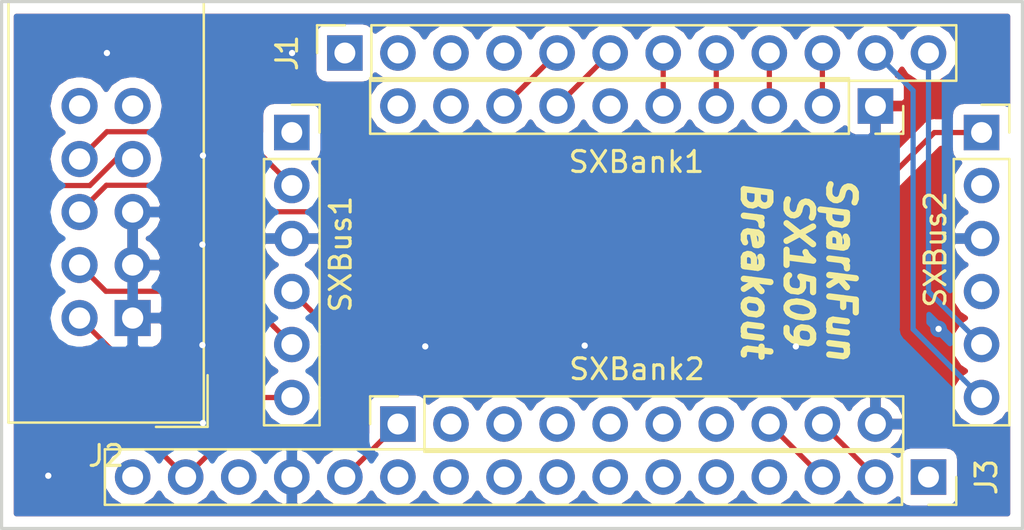
<source format=kicad_pcb>
(kicad_pcb (version 20171130) (host pcbnew 5.0.2-bee76a0~70~ubuntu16.04.1)

  (general
    (thickness 1.6)
    (drawings 5)
    (tracks 53)
    (zones 0)
    (modules 7)
    (nets 47)
  )

  (page USLetter)
  (title_block
    (title "Car Scanner")
    (rev 1.0)
  )

  (layers
    (0 F.Cu signal)
    (31 B.Cu signal)
    (32 B.Adhes user)
    (33 F.Adhes user)
    (36 B.SilkS user)
    (37 F.SilkS user)
    (38 B.Mask user)
    (39 F.Mask user)
    (41 Cmts.User user)
    (44 Edge.Cuts user)
    (45 Margin user)
    (46 B.CrtYd user)
    (47 F.CrtYd user)
    (48 B.Fab user hide)
    (49 F.Fab user hide)
  )

  (setup
    (last_trace_width 0.25)
    (user_trace_width 0.762)
    (trace_clearance 0.2)
    (zone_clearance 0.508)
    (zone_45_only no)
    (trace_min 0.2)
    (segment_width 0.2)
    (edge_width 0.15)
    (via_size 0.8)
    (via_drill 0.3)
    (via_min_size 0.508)
    (via_min_drill 0.3)
    (uvia_size 0.3)
    (uvia_drill 0.1)
    (uvias_allowed no)
    (uvia_min_size 0.2)
    (uvia_min_drill 0.1)
    (pcb_text_width 0.3)
    (pcb_text_size 1.5 1.5)
    (mod_edge_width 0.15)
    (mod_text_size 1 1)
    (mod_text_width 0.15)
    (pad_size 1.7 1.7)
    (pad_drill 1)
    (pad_to_mask_clearance 0.051)
    (solder_mask_min_width 0.25)
    (aux_axis_origin 0 0)
    (visible_elements FFFFFF7F)
    (pcbplotparams
      (layerselection 0x3f2f3_ffffffff)
      (usegerberextensions false)
      (usegerberattributes false)
      (usegerberadvancedattributes false)
      (creategerberjobfile false)
      (excludeedgelayer true)
      (linewidth 0.100000)
      (plotframeref false)
      (viasonmask false)
      (mode 1)
      (useauxorigin false)
      (hpglpennumber 1)
      (hpglpenspeed 20)
      (hpglpendiameter 15.000000)
      (psnegative false)
      (psa4output false)
      (plotreference true)
      (plotvalue true)
      (plotinvisibletext false)
      (padsonsilk false)
      (subtractmaskfromsilk false)
      (outputformat 4)
      (mirror false)
      (drillshape 2)
      (scaleselection 1)
      (outputdirectory ""))
  )

  (net 0 "")
  (net 1 /3V3)
  (net 2 "Net-(J2-Pad9)")
  (net 3 "Net-(J2-Pad10)")
  (net 4 "Net-(J1-Pad1)")
  (net 5 "Net-(J1-Pad2)")
  (net 6 "Net-(J1-Pad3)")
  (net 7 "Net-(J1-Pad4)")
  (net 8 "Net-(J3-Pad10)")
  (net 9 "Net-(J3-Pad9)")
  (net 10 "Net-(J3-Pad8)")
  (net 11 "Net-(J3-Pad7)")
  (net 12 "Net-(J3-Pad6)")
  (net 13 "Net-(J3-Pad5)")
  (net 14 "Net-(J3-Pad4)")
  (net 15 "Net-(J3-Pad1)")
  (net 16 "Net-(SXBus1-Pad1)")
  (net 17 /_RST)
  (net 18 /SCL_OUT)
  (net 19 /SDA_OUT)
  (net 20 "Net-(SXBus2-Pad2)")
  (net 21 /_INT)
  (net 22 "Net-(J3-Pad11)")
  (net 23 "Net-(J3-Pad14)")
  (net 24 "Net-(J3-Pad16)")
  (net 25 "Net-(SXBank1-Pad6)")
  (net 26 "Net-(SXBank2-Pad7)")
  (net 27 "Net-(SXBank2-Pad6)")
  (net 28 "Net-(SXBank2-Pad5)")
  (net 29 "Net-(SXBank2-Pad4)")
  (net 30 "Net-(SXBank2-Pad3)")
  (net 31 "Net-(SXBank2-Pad2)")
  (net 32 "Net-(SXBus2-Pad4)")
  (net 33 /GND)
  (net 34 /SCL_IN)
  (net 35 /SDA_IN)
  (net 36 /IRQ0)
  (net 37 /IRQ1)
  (net 38 /IRQ6)
  (net 39 /IRQ7)
  (net 40 /IRQ5)
  (net 41 /IRQ4)
  (net 42 /IRQ3)
  (net 43 /IRQ2)
  (net 44 "Net-(SXBank1-Pad9)")
  (net 45 "Net-(SXBank1-Pad10)")
  (net 46 /RFID_RESET)

  (net_class Default "This is the default net class."
    (clearance 0.2)
    (trace_width 0.25)
    (via_dia 0.8)
    (via_drill 0.3)
    (uvia_dia 0.3)
    (uvia_drill 0.1)
    (add_net /3V3)
    (add_net /GND)
    (add_net /IRQ0)
    (add_net /IRQ1)
    (add_net /IRQ2)
    (add_net /IRQ3)
    (add_net /IRQ4)
    (add_net /IRQ5)
    (add_net /IRQ6)
    (add_net /IRQ7)
    (add_net /RFID_RESET)
    (add_net /SCL_IN)
    (add_net /SCL_OUT)
    (add_net /SDA_IN)
    (add_net /SDA_OUT)
    (add_net /_INT)
    (add_net /_RST)
    (add_net "Net-(J1-Pad1)")
    (add_net "Net-(J1-Pad2)")
    (add_net "Net-(J1-Pad3)")
    (add_net "Net-(J1-Pad4)")
    (add_net "Net-(J2-Pad10)")
    (add_net "Net-(J2-Pad9)")
    (add_net "Net-(J3-Pad1)")
    (add_net "Net-(J3-Pad10)")
    (add_net "Net-(J3-Pad11)")
    (add_net "Net-(J3-Pad14)")
    (add_net "Net-(J3-Pad16)")
    (add_net "Net-(J3-Pad4)")
    (add_net "Net-(J3-Pad5)")
    (add_net "Net-(J3-Pad6)")
    (add_net "Net-(J3-Pad7)")
    (add_net "Net-(J3-Pad8)")
    (add_net "Net-(J3-Pad9)")
    (add_net "Net-(SXBank1-Pad10)")
    (add_net "Net-(SXBank1-Pad6)")
    (add_net "Net-(SXBank1-Pad9)")
    (add_net "Net-(SXBank2-Pad2)")
    (add_net "Net-(SXBank2-Pad3)")
    (add_net "Net-(SXBank2-Pad4)")
    (add_net "Net-(SXBank2-Pad5)")
    (add_net "Net-(SXBank2-Pad6)")
    (add_net "Net-(SXBank2-Pad7)")
    (add_net "Net-(SXBus1-Pad1)")
    (add_net "Net-(SXBus2-Pad2)")
    (add_net "Net-(SXBus2-Pad4)")
  )

  (module Connector_PinSocket_2.54mm:PinSocket_1x10_P2.54mm_Vertical (layer F.Cu) (tedit 5A19A425) (tstamp 5D24BE75)
    (at 33.02 33.02 90)
    (descr "Through hole straight socket strip, 1x10, 2.54mm pitch, single row (from Kicad 4.0.7), script generated")
    (tags "Through hole socket strip THT 1x10 2.54mm single row")
    (path /5D0BF490)
    (fp_text reference SXBank2 (at 2.6289 11.4427 180) (layer F.SilkS)
      (effects (font (size 1 1) (thickness 0.15)))
    )
    (fp_text value SX1509_B (at 2.8194 21.1074 180) (layer F.Fab)
      (effects (font (size 1 1) (thickness 0.15)))
    )
    (fp_text user %R (at 0 11.43 180) (layer F.Fab)
      (effects (font (size 1 1) (thickness 0.15)))
    )
    (fp_line (start -1.8 24.6) (end -1.8 -1.8) (layer F.CrtYd) (width 0.05))
    (fp_line (start 1.75 24.6) (end -1.8 24.6) (layer F.CrtYd) (width 0.05))
    (fp_line (start 1.75 -1.8) (end 1.75 24.6) (layer F.CrtYd) (width 0.05))
    (fp_line (start -1.8 -1.8) (end 1.75 -1.8) (layer F.CrtYd) (width 0.05))
    (fp_line (start 0 -1.33) (end 1.33 -1.33) (layer F.SilkS) (width 0.12))
    (fp_line (start 1.33 -1.33) (end 1.33 0) (layer F.SilkS) (width 0.12))
    (fp_line (start 1.33 1.27) (end 1.33 24.19) (layer F.SilkS) (width 0.12))
    (fp_line (start -1.33 24.19) (end 1.33 24.19) (layer F.SilkS) (width 0.12))
    (fp_line (start -1.33 1.27) (end -1.33 24.19) (layer F.SilkS) (width 0.12))
    (fp_line (start -1.33 1.27) (end 1.33 1.27) (layer F.SilkS) (width 0.12))
    (fp_line (start -1.27 24.13) (end -1.27 -1.27) (layer F.Fab) (width 0.1))
    (fp_line (start 1.27 24.13) (end -1.27 24.13) (layer F.Fab) (width 0.1))
    (fp_line (start 1.27 -0.635) (end 1.27 24.13) (layer F.Fab) (width 0.1))
    (fp_line (start 0.635 -1.27) (end 1.27 -0.635) (layer F.Fab) (width 0.1))
    (fp_line (start -1.27 -1.27) (end 0.635 -1.27) (layer F.Fab) (width 0.1))
    (pad 10 thru_hole oval (at 0 22.86 90) (size 1.7 1.7) (drill 1) (layers *.Cu *.Mask)
      (net 33 /GND))
    (pad 9 thru_hole oval (at 0 20.32 90) (size 1.7 1.7) (drill 1) (layers *.Cu *.Mask)
      (net 36 /IRQ0))
    (pad 8 thru_hole oval (at 0 17.78 90) (size 1.7 1.7) (drill 1) (layers *.Cu *.Mask)
      (net 37 /IRQ1))
    (pad 7 thru_hole oval (at 0 15.24 90) (size 1.7 1.7) (drill 1) (layers *.Cu *.Mask)
      (net 26 "Net-(SXBank2-Pad7)"))
    (pad 6 thru_hole oval (at 0 12.7 90) (size 1.7 1.7) (drill 1) (layers *.Cu *.Mask)
      (net 27 "Net-(SXBank2-Pad6)"))
    (pad 5 thru_hole oval (at 0 10.16 90) (size 1.7 1.7) (drill 1) (layers *.Cu *.Mask)
      (net 28 "Net-(SXBank2-Pad5)"))
    (pad 4 thru_hole oval (at 0 7.62 90) (size 1.7 1.7) (drill 1) (layers *.Cu *.Mask)
      (net 29 "Net-(SXBank2-Pad4)"))
    (pad 3 thru_hole oval (at 0 5.08 90) (size 1.7 1.7) (drill 1) (layers *.Cu *.Mask)
      (net 30 "Net-(SXBank2-Pad3)"))
    (pad 2 thru_hole oval (at 0 2.54 90) (size 1.7 1.7) (drill 1) (layers *.Cu *.Mask)
      (net 31 "Net-(SXBank2-Pad2)"))
    (pad 1 thru_hole rect (at 0 0 90) (size 1.7 1.7) (drill 1) (layers *.Cu *.Mask)
      (net 46 /RFID_RESET))
    (model ${KISYS3DMOD}/Connector_PinSocket_2.54mm.3dshapes/PinSocket_1x10_P2.54mm_Vertical.wrl
      (at (xyz 0 0 0))
      (scale (xyz 1 1 1))
      (rotate (xyz 0 0 0))
    )
  )

  (module Connector_PinSocket_2.54mm:PinSocket_1x10_P2.54mm_Vertical (layer F.Cu) (tedit 5A19A425) (tstamp 5D254CFD)
    (at 55.88 17.78 270)
    (descr "Through hole straight socket strip, 1x10, 2.54mm pitch, single row (from Kicad 4.0.7), script generated")
    (tags "Through hole socket strip THT 1x10 2.54mm single row")
    (path /5D0BF415)
    (fp_text reference SXBank1 (at 2.6797 11.4427) (layer F.SilkS)
      (effects (font (size 1 1) (thickness 0.15)))
    )
    (fp_text value SX1509_A (at -2.9972 1.7272) (layer F.Fab)
      (effects (font (size 1 1) (thickness 0.15)))
    )
    (fp_line (start -1.27 -1.27) (end 0.635 -1.27) (layer F.Fab) (width 0.1))
    (fp_line (start 0.635 -1.27) (end 1.27 -0.635) (layer F.Fab) (width 0.1))
    (fp_line (start 1.27 -0.635) (end 1.27 24.13) (layer F.Fab) (width 0.1))
    (fp_line (start 1.27 24.13) (end -1.27 24.13) (layer F.Fab) (width 0.1))
    (fp_line (start -1.27 24.13) (end -1.27 -1.27) (layer F.Fab) (width 0.1))
    (fp_line (start -1.33 1.27) (end 1.33 1.27) (layer F.SilkS) (width 0.12))
    (fp_line (start -1.33 1.27) (end -1.33 24.19) (layer F.SilkS) (width 0.12))
    (fp_line (start -1.33 24.19) (end 1.33 24.19) (layer F.SilkS) (width 0.12))
    (fp_line (start 1.33 1.27) (end 1.33 24.19) (layer F.SilkS) (width 0.12))
    (fp_line (start 1.33 -1.33) (end 1.33 0) (layer F.SilkS) (width 0.12))
    (fp_line (start 0 -1.33) (end 1.33 -1.33) (layer F.SilkS) (width 0.12))
    (fp_line (start -1.8 -1.8) (end 1.75 -1.8) (layer F.CrtYd) (width 0.05))
    (fp_line (start 1.75 -1.8) (end 1.75 24.6) (layer F.CrtYd) (width 0.05))
    (fp_line (start 1.75 24.6) (end -1.8 24.6) (layer F.CrtYd) (width 0.05))
    (fp_line (start -1.8 24.6) (end -1.8 -1.8) (layer F.CrtYd) (width 0.05))
    (fp_text user %R (at 0 11.43) (layer F.Fab)
      (effects (font (size 1 1) (thickness 0.15)))
    )
    (pad 1 thru_hole rect (at 0 0 270) (size 1.7 1.7) (drill 1) (layers *.Cu *.Mask)
      (net 33 /GND))
    (pad 2 thru_hole oval (at 0 2.54 270) (size 1.7 1.7) (drill 1) (layers *.Cu *.Mask)
      (net 43 /IRQ2))
    (pad 3 thru_hole oval (at 0 5.08 270) (size 1.7 1.7) (drill 1) (layers *.Cu *.Mask)
      (net 42 /IRQ3))
    (pad 4 thru_hole oval (at 0 7.62 270) (size 1.7 1.7) (drill 1) (layers *.Cu *.Mask)
      (net 41 /IRQ4))
    (pad 5 thru_hole oval (at 0 10.16 270) (size 1.7 1.7) (drill 1) (layers *.Cu *.Mask)
      (net 40 /IRQ5))
    (pad 6 thru_hole oval (at 0 12.7 270) (size 1.7 1.7) (drill 1) (layers *.Cu *.Mask)
      (net 25 "Net-(SXBank1-Pad6)"))
    (pad 7 thru_hole oval (at 0 15.24 270) (size 1.7 1.7) (drill 1) (layers *.Cu *.Mask)
      (net 39 /IRQ7))
    (pad 8 thru_hole oval (at 0 17.78 270) (size 1.7 1.7) (drill 1) (layers *.Cu *.Mask)
      (net 38 /IRQ6))
    (pad 9 thru_hole oval (at 0 20.32 270) (size 1.7 1.7) (drill 1) (layers *.Cu *.Mask)
      (net 44 "Net-(SXBank1-Pad9)"))
    (pad 10 thru_hole oval (at 0 22.86 270) (size 1.7 1.7) (drill 1) (layers *.Cu *.Mask)
      (net 45 "Net-(SXBank1-Pad10)"))
    (model ${KISYS3DMOD}/Connector_PinSocket_2.54mm.3dshapes/PinSocket_1x10_P2.54mm_Vertical.wrl
      (at (xyz 0 0 0))
      (scale (xyz 1 1 1))
      (rotate (xyz 0 0 0))
    )
  )

  (module Connector_PinSocket_2.54mm:PinSocket_1x16_P2.54mm_Vertical (layer F.Cu) (tedit 5CE70C74) (tstamp 5D24BDD9)
    (at 58.42 35.56 270)
    (descr "Through hole straight socket strip, 1x16, 2.54mm pitch, single row (from Kicad 4.0.7), script generated")
    (tags "Through hole socket strip THT 1x16 2.54mm single row")
    (path /5D0BCB70)
    (fp_text reference J3 (at 0 -2.77 270) (layer F.SilkS)
      (effects (font (size 1 1) (thickness 0.15)))
    )
    (fp_text value ANALOG (at 2.794 0.6858) (layer F.Fab)
      (effects (font (size 1 1) (thickness 0.15)))
    )
    (fp_line (start -1.27 -1.27) (end 0.635 -1.27) (layer F.Fab) (width 0.1))
    (fp_line (start 0.635 -1.27) (end 1.27 -0.635) (layer F.Fab) (width 0.1))
    (fp_line (start 1.27 -0.635) (end 1.27 39.37) (layer F.Fab) (width 0.1))
    (fp_line (start 1.27 39.37) (end -1.27 39.37) (layer F.Fab) (width 0.1))
    (fp_line (start -1.27 39.37) (end -1.27 -1.27) (layer F.Fab) (width 0.1))
    (fp_line (start -1.33 1.27) (end 1.33 1.27) (layer F.SilkS) (width 0.12))
    (fp_line (start -1.33 1.27) (end -1.33 39.43) (layer F.SilkS) (width 0.12))
    (fp_line (start -1.33 39.43) (end 1.33 39.43) (layer F.SilkS) (width 0.12))
    (fp_line (start 1.33 1.27) (end 1.33 39.43) (layer F.SilkS) (width 0.12))
    (fp_line (start 1.33 -1.33) (end 1.33 0) (layer F.SilkS) (width 0.12))
    (fp_line (start 0 -1.33) (end 1.33 -1.33) (layer F.SilkS) (width 0.12))
    (fp_line (start -1.8 -1.8) (end 1.75 -1.8) (layer F.CrtYd) (width 0.05))
    (fp_line (start 1.75 -1.8) (end 1.75 39.9) (layer F.CrtYd) (width 0.05))
    (fp_line (start 1.75 39.9) (end -1.8 39.9) (layer F.CrtYd) (width 0.05))
    (fp_line (start -1.8 39.9) (end -1.8 -1.8) (layer F.CrtYd) (width 0.05))
    (fp_text user %R (at 0 19.05) (layer F.Fab)
      (effects (font (size 1 1) (thickness 0.15)))
    )
    (pad 1 thru_hole rect (at 0 0 270) (size 1.7 1.7) (drill 1) (layers *.Cu *.Mask)
      (net 15 "Net-(J3-Pad1)"))
    (pad 2 thru_hole oval (at 0 2.54 270) (size 1.7 1.7) (drill 1) (layers *.Cu *.Mask)
      (net 36 /IRQ0))
    (pad 3 thru_hole oval (at 0 5.08 270) (size 1.7 1.7) (drill 1) (layers *.Cu *.Mask)
      (net 37 /IRQ1))
    (pad 4 thru_hole oval (at 0 7.62 270) (size 1.7 1.7) (drill 1) (layers *.Cu *.Mask)
      (net 14 "Net-(J3-Pad4)"))
    (pad 5 thru_hole oval (at 0 10.16 270) (size 1.7 1.7) (drill 1) (layers *.Cu *.Mask)
      (net 13 "Net-(J3-Pad5)"))
    (pad 6 thru_hole oval (at 0 12.7 270) (size 1.7 1.7) (drill 1) (layers *.Cu *.Mask)
      (net 12 "Net-(J3-Pad6)"))
    (pad 7 thru_hole oval (at 0 15.24 270) (size 1.7 1.7) (drill 1) (layers *.Cu *.Mask)
      (net 11 "Net-(J3-Pad7)"))
    (pad 8 thru_hole oval (at 0 17.78 270) (size 1.7 1.7) (drill 1) (layers *.Cu *.Mask)
      (net 10 "Net-(J3-Pad8)"))
    (pad 9 thru_hole oval (at 0 20.32 270) (size 1.7 1.7) (drill 1) (layers *.Cu *.Mask)
      (net 9 "Net-(J3-Pad9)"))
    (pad 10 thru_hole oval (at 0 22.86 270) (size 1.7 1.7) (drill 1) (layers *.Cu *.Mask)
      (net 8 "Net-(J3-Pad10)"))
    (pad 11 thru_hole oval (at 0 25.4 270) (size 1.7 1.7) (drill 1) (layers *.Cu *.Mask)
      (net 22 "Net-(J3-Pad11)"))
    (pad 12 thru_hole oval (at 0 27.94 270) (size 1.7 1.7) (drill 1) (layers *.Cu *.Mask)
      (net 46 /RFID_RESET))
    (pad 13 thru_hole oval (at 0 30.48 270) (size 1.7 1.7) (drill 1) (layers *.Cu *.Mask)
      (net 33 /GND))
    (pad 14 thru_hole oval (at 0 33.02 270) (size 1.7 1.7) (drill 1) (layers *.Cu *.Mask)
      (net 23 "Net-(J3-Pad14)"))
    (pad 15 thru_hole oval (at 0 35.56 270) (size 1.7 1.7) (drill 1) (layers *.Cu *.Mask)
      (net 1 /3V3))
    (pad 16 thru_hole oval (at 0 38.1 270) (size 1.7 1.7) (drill 1) (layers *.Cu *.Mask)
      (net 24 "Net-(J3-Pad16)"))
    (model ${KISYS3DMOD}/Connector_PinSocket_2.54mm.3dshapes/PinSocket_1x16_P2.54mm_Vertical.wrl
      (at (xyz 0 0 0))
      (scale (xyz 1 1 1))
      (rotate (xyz 0 0 0))
    )
  )

  (module Connector_PinSocket_2.54mm:PinSocket_1x06_P2.54mm_Vertical (layer F.Cu) (tedit 5A19A430) (tstamp 5D254A41)
    (at 60.96 19.05)
    (descr "Through hole straight socket strip, 1x06, 2.54mm pitch, single row (from Kicad 4.0.7), script generated")
    (tags "Through hole socket strip THT 1x06 2.54mm single row")
    (path /5D0C657C)
    (fp_text reference SXBus2 (at -2.2098 5.6007 90) (layer F.SilkS)
      (effects (font (size 1 1) (thickness 0.15)))
    )
    (fp_text value SXBus_B (at 0 15.47) (layer F.Fab)
      (effects (font (size 1 1) (thickness 0.15)))
    )
    (fp_text user %R (at 0 6.35 90) (layer F.Fab)
      (effects (font (size 1 1) (thickness 0.15)))
    )
    (fp_line (start -1.8 14.45) (end -1.8 -1.8) (layer F.CrtYd) (width 0.05))
    (fp_line (start 1.75 14.45) (end -1.8 14.45) (layer F.CrtYd) (width 0.05))
    (fp_line (start 1.75 -1.8) (end 1.75 14.45) (layer F.CrtYd) (width 0.05))
    (fp_line (start -1.8 -1.8) (end 1.75 -1.8) (layer F.CrtYd) (width 0.05))
    (fp_line (start 0 -1.33) (end 1.33 -1.33) (layer F.SilkS) (width 0.12))
    (fp_line (start 1.33 -1.33) (end 1.33 0) (layer F.SilkS) (width 0.12))
    (fp_line (start 1.33 1.27) (end 1.33 14.03) (layer F.SilkS) (width 0.12))
    (fp_line (start -1.33 14.03) (end 1.33 14.03) (layer F.SilkS) (width 0.12))
    (fp_line (start -1.33 1.27) (end -1.33 14.03) (layer F.SilkS) (width 0.12))
    (fp_line (start -1.33 1.27) (end 1.33 1.27) (layer F.SilkS) (width 0.12))
    (fp_line (start -1.27 13.97) (end -1.27 -1.27) (layer F.Fab) (width 0.1))
    (fp_line (start 1.27 13.97) (end -1.27 13.97) (layer F.Fab) (width 0.1))
    (fp_line (start 1.27 -0.635) (end 1.27 13.97) (layer F.Fab) (width 0.1))
    (fp_line (start 0.635 -1.27) (end 1.27 -0.635) (layer F.Fab) (width 0.1))
    (fp_line (start -1.27 -1.27) (end 0.635 -1.27) (layer F.Fab) (width 0.1))
    (pad 6 thru_hole oval (at 0 12.7) (size 1.7 1.7) (drill 1) (layers *.Cu *.Mask)
      (net 18 /SCL_OUT))
    (pad 5 thru_hole oval (at 0 10.16) (size 1.7 1.7) (drill 1) (layers *.Cu *.Mask)
      (net 19 /SDA_OUT))
    (pad 4 thru_hole oval (at 0 7.62) (size 1.7 1.7) (drill 1) (layers *.Cu *.Mask)
      (net 32 "Net-(SXBus2-Pad4)"))
    (pad 3 thru_hole oval (at 0 5.08) (size 1.7 1.7) (drill 1) (layers *.Cu *.Mask)
      (net 33 /GND))
    (pad 2 thru_hole oval (at 0 2.54) (size 1.7 1.7) (drill 1) (layers *.Cu *.Mask)
      (net 20 "Net-(SXBus2-Pad2)"))
    (pad 1 thru_hole rect (at 0 0) (size 1.7 1.7) (drill 1) (layers *.Cu *.Mask)
      (net 21 /_INT))
    (model ${KISYS3DMOD}/Connector_PinSocket_2.54mm.3dshapes/PinSocket_1x06_P2.54mm_Vertical.wrl
      (at (xyz 0 0 0))
      (scale (xyz 1 1 1))
      (rotate (xyz 0 0 0))
    )
  )

  (module Connector_PinSocket_2.54mm:PinSocket_1x06_P2.54mm_Vertical (layer F.Cu) (tedit 5CE7B1A1) (tstamp 5D1B11CC)
    (at 27.94 19.05)
    (descr "Through hole straight socket strip, 1x06, 2.54mm pitch, single row (from Kicad 4.0.7), script generated")
    (tags "Through hole socket strip THT 1x06 2.54mm single row")
    (path /5D0C6603)
    (fp_text reference SXBus1 (at 2.3368 5.8293 -90) (layer F.SilkS)
      (effects (font (size 1 1) (thickness 0.15)))
    )
    (fp_text value SXBus_A (at 0 15.47) (layer F.Fab)
      (effects (font (size 1 1) (thickness 0.15)))
    )
    (fp_line (start -1.27 -1.27) (end 0.635 -1.27) (layer F.Fab) (width 0.1))
    (fp_line (start 0.635 -1.27) (end 1.27 -0.635) (layer F.Fab) (width 0.1))
    (fp_line (start 1.27 -0.635) (end 1.27 13.97) (layer F.Fab) (width 0.1))
    (fp_line (start 1.27 13.97) (end -1.27 13.97) (layer F.Fab) (width 0.1))
    (fp_line (start -1.27 13.97) (end -1.27 -1.27) (layer F.Fab) (width 0.1))
    (fp_line (start -1.33 1.27) (end 1.33 1.27) (layer F.SilkS) (width 0.12))
    (fp_line (start -1.33 1.27) (end -1.33 14.03) (layer F.SilkS) (width 0.12))
    (fp_line (start -1.33 14.03) (end 1.33 14.03) (layer F.SilkS) (width 0.12))
    (fp_line (start 1.33 1.27) (end 1.33 14.03) (layer F.SilkS) (width 0.12))
    (fp_line (start 1.33 -1.33) (end 1.33 0) (layer F.SilkS) (width 0.12))
    (fp_line (start 0 -1.33) (end 1.33 -1.33) (layer F.SilkS) (width 0.12))
    (fp_line (start -1.8 -1.8) (end 1.75 -1.8) (layer F.CrtYd) (width 0.05))
    (fp_line (start 1.75 -1.8) (end 1.75 14.45) (layer F.CrtYd) (width 0.05))
    (fp_line (start 1.75 14.45) (end -1.8 14.45) (layer F.CrtYd) (width 0.05))
    (fp_line (start -1.8 14.45) (end -1.8 -1.8) (layer F.CrtYd) (width 0.05))
    (fp_text user %R (at 0 6.35 90) (layer F.Fab)
      (effects (font (size 1 1) (thickness 0.15)))
    )
    (pad 1 thru_hole rect (at 0 0) (size 1.7 1.7) (drill 1) (layers *.Cu *.Mask)
      (net 16 "Net-(SXBus1-Pad1)"))
    (pad 2 thru_hole oval (at 0 2.54) (size 1.7 1.7) (drill 1) (layers *.Cu *.Mask)
      (net 17 /_RST))
    (pad 3 thru_hole oval (at 0 5.08) (size 1.7 1.7) (drill 1) (layers *.Cu *.Mask)
      (net 33 /GND))
    (pad 4 thru_hole oval (at 0 7.62) (size 1.7 1.7) (drill 1) (layers *.Cu *.Mask)
      (net 1 /3V3))
    (pad 5 thru_hole oval (at 0 10.16) (size 1.7 1.7) (drill 1) (layers *.Cu *.Mask)
      (net 35 /SDA_IN))
    (pad 6 thru_hole oval (at 0 12.7) (size 1.7 1.7) (drill 1) (layers *.Cu *.Mask)
      (net 34 /SCL_IN))
    (model ${KISYS3DMOD}/Connector_PinSocket_2.54mm.3dshapes/PinSocket_1x06_P2.54mm_Vertical.wrl
      (at (xyz 0 0 0))
      (scale (xyz 1 1 1))
      (rotate (xyz 0 0 0))
    )
  )

  (module Connector_PinSocket_2.54mm:PinSocket_1x12_P2.54mm_Vertical (layer F.Cu) (tedit 5A19A41D) (tstamp 5D1B1176)
    (at 30.48 15.24 90)
    (descr "Through hole straight socket strip, 1x12, 2.54mm pitch, single row (from Kicad 4.0.7), script generated")
    (tags "Through hole socket strip THT 1x12 2.54mm single row")
    (path /5D089821)
    (fp_text reference J1 (at 0 -2.77 90) (layer F.SilkS)
      (effects (font (size 1 1) (thickness 0.15)))
    )
    (fp_text value DIGITAL (at 2.7686 27.178 180) (layer F.Fab)
      (effects (font (size 1 1) (thickness 0.15)))
    )
    (fp_line (start -1.27 -1.27) (end 0.635 -1.27) (layer F.Fab) (width 0.1))
    (fp_line (start 0.635 -1.27) (end 1.27 -0.635) (layer F.Fab) (width 0.1))
    (fp_line (start 1.27 -0.635) (end 1.27 29.21) (layer F.Fab) (width 0.1))
    (fp_line (start 1.27 29.21) (end -1.27 29.21) (layer F.Fab) (width 0.1))
    (fp_line (start -1.27 29.21) (end -1.27 -1.27) (layer F.Fab) (width 0.1))
    (fp_line (start -1.33 1.27) (end 1.33 1.27) (layer F.SilkS) (width 0.12))
    (fp_line (start -1.33 1.27) (end -1.33 29.27) (layer F.SilkS) (width 0.12))
    (fp_line (start -1.33 29.27) (end 1.33 29.27) (layer F.SilkS) (width 0.12))
    (fp_line (start 1.33 1.27) (end 1.33 29.27) (layer F.SilkS) (width 0.12))
    (fp_line (start 1.33 -1.33) (end 1.33 0) (layer F.SilkS) (width 0.12))
    (fp_line (start 0 -1.33) (end 1.33 -1.33) (layer F.SilkS) (width 0.12))
    (fp_line (start -1.8 -1.8) (end 1.75 -1.8) (layer F.CrtYd) (width 0.05))
    (fp_line (start 1.75 -1.8) (end 1.75 29.7) (layer F.CrtYd) (width 0.05))
    (fp_line (start 1.75 29.7) (end -1.8 29.7) (layer F.CrtYd) (width 0.05))
    (fp_line (start -1.8 29.7) (end -1.8 -1.8) (layer F.CrtYd) (width 0.05))
    (fp_text user %R (at 0 13.97 180) (layer F.Fab)
      (effects (font (size 1 1) (thickness 0.15)))
    )
    (pad 1 thru_hole rect (at 0 0 90) (size 1.7 1.7) (drill 1) (layers *.Cu *.Mask)
      (net 4 "Net-(J1-Pad1)"))
    (pad 2 thru_hole oval (at 0 2.54 90) (size 1.7 1.7) (drill 1) (layers *.Cu *.Mask)
      (net 5 "Net-(J1-Pad2)"))
    (pad 3 thru_hole oval (at 0 5.08 90) (size 1.7 1.7) (drill 1) (layers *.Cu *.Mask)
      (net 6 "Net-(J1-Pad3)"))
    (pad 4 thru_hole oval (at 0 7.62 90) (size 1.7 1.7) (drill 1) (layers *.Cu *.Mask)
      (net 7 "Net-(J1-Pad4)"))
    (pad 5 thru_hole oval (at 0 10.16 90) (size 1.7 1.7) (drill 1) (layers *.Cu *.Mask)
      (net 38 /IRQ6))
    (pad 6 thru_hole oval (at 0 12.7 90) (size 1.7 1.7) (drill 1) (layers *.Cu *.Mask)
      (net 39 /IRQ7))
    (pad 7 thru_hole oval (at 0 15.24 90) (size 1.7 1.7) (drill 1) (layers *.Cu *.Mask)
      (net 40 /IRQ5))
    (pad 8 thru_hole oval (at 0 17.78 90) (size 1.7 1.7) (drill 1) (layers *.Cu *.Mask)
      (net 41 /IRQ4))
    (pad 9 thru_hole oval (at 0 20.32 90) (size 1.7 1.7) (drill 1) (layers *.Cu *.Mask)
      (net 42 /IRQ3))
    (pad 10 thru_hole oval (at 0 22.86 90) (size 1.7 1.7) (drill 1) (layers *.Cu *.Mask)
      (net 43 /IRQ2))
    (pad 11 thru_hole oval (at 0 25.4 90) (size 1.7 1.7) (drill 1) (layers *.Cu *.Mask)
      (net 18 /SCL_OUT))
    (pad 12 thru_hole oval (at 0 27.94 90) (size 1.7 1.7) (drill 1) (layers *.Cu *.Mask)
      (net 19 /SDA_OUT))
    (model ${KISYS3DMOD}/Connector_PinSocket_2.54mm.3dshapes/PinSocket_1x12_P2.54mm_Vertical.wrl
      (at (xyz 0 0 0))
      (scale (xyz 1 1 1))
      (rotate (xyz 0 0 0))
    )
  )

  (module LocalLib:IDC-Header_2x05_P2.54mm_VerticalSmallCY (layer F.Cu) (tedit 5CC785A0) (tstamp 5D1B1110)
    (at 20.32 27.94 180)
    (descr "Through hole straight IDC box header, 2x05, 2.54mm pitch, double rows")
    (tags "Through hole IDC box header THT 2x05 2.54mm double row")
    (path /5CDB2F21)
    (fp_text reference J2 (at 1.27 -6.604 180) (layer F.SilkS)
      (effects (font (size 1 1) (thickness 0.15)))
    )
    (fp_text value Conn_I2C (at 1.27 16.764 180) (layer F.Fab)
      (effects (font (size 1 1) (thickness 0.15)))
    )
    (fp_text user %R (at 1.27 5.08 180) (layer F.Fab)
      (effects (font (size 1 1) (thickness 0.15)))
    )
    (fp_line (start 5.69468 -5.01904) (end 5.69214 15.1765) (layer F.Fab) (width 0.1))
    (fp_line (start 5.145 -4.56) (end 5.145 14.7) (layer F.Fab) (width 0.1))
    (fp_line (start -3.15468 -5.01904) (end -3.15976 15.1765) (layer F.Fab) (width 0.1))
    (fp_line (start -2.605 -4.56) (end -2.605 2.83) (layer F.Fab) (width 0.1))
    (fp_line (start -2.605 7.33) (end -2.605 14.7) (layer F.Fab) (width 0.1))
    (fp_line (start -2.605 2.83) (end -3.155 2.83) (layer F.Fab) (width 0.1))
    (fp_line (start -2.605 7.33) (end -3.155 7.33) (layer F.Fab) (width 0.1))
    (fp_line (start 5.69468 -5.01904) (end -3.15532 -5.01904) (layer F.Fab) (width 0.1))
    (fp_line (start 5.145 -4.56) (end -2.605 -4.56) (layer F.Fab) (width 0.1))
    (fp_line (start 5.69214 15.1765) (end -3.15786 15.1765) (layer F.Fab) (width 0.1))
    (fp_line (start 5.145 14.7) (end -2.605 14.7) (layer F.Fab) (width 0.1))
    (fp_line (start 5.69468 -5.01904) (end 5.145 -4.56) (layer F.Fab) (width 0.1))
    (fp_line (start 5.6896 15.17396) (end 5.145 14.7) (layer F.Fab) (width 0.1))
    (fp_line (start -3.15468 -5.01904) (end -2.605 -4.56) (layer F.Fab) (width 0.1))
    (fp_line (start -3.15722 15.1765) (end -2.605 14.7) (layer F.Fab) (width 0.1))
    (fp_line (start 5.94868 -5.03936) (end 5.94868 15.2019) (layer F.CrtYd) (width 0.05))
    (fp_line (start 5.9437 15.2019) (end -3.4163 15.2019) (layer F.CrtYd) (width 0.05))
    (fp_line (start -3.41122 15.2019) (end -3.40614 -5.03936) (layer F.CrtYd) (width 0.05))
    (fp_line (start -3.41 -5.0419) (end 5.95 -5.0419) (layer F.CrtYd) (width 0.05))
    (fp_line (start 5.9436 -5.00888) (end 5.9436 15.16888) (layer F.SilkS) (width 0.12))
    (fp_line (start 5.9436 15.16888) (end -3.4064 15.16888) (layer F.SilkS) (width 0.12))
    (fp_line (start -3.40614 15.16888) (end -3.40614 -5.00888) (layer F.SilkS) (width 0.12))
    (fp_line (start -3.4064 -5.00888) (end 5.9436 -5.00888) (layer F.SilkS) (width 0.12))
    (fp_line (start -3.58902 -5.21462) (end -3.58902 -2.73812) (layer F.SilkS) (width 0.12))
    (fp_line (start -3.58648 -5.21462) (end -1.1176 -5.21716) (layer F.SilkS) (width 0.12))
    (pad 1 thru_hole rect (at 0 0 180) (size 1.7272 1.7272) (drill 1.016) (layers *.Cu *.Mask)
      (net 33 /GND))
    (pad 2 thru_hole oval (at 2.54 0 180) (size 1.7272 1.7272) (drill 1.016) (layers *.Cu *.Mask)
      (net 34 /SCL_IN))
    (pad 3 thru_hole oval (at 0 2.54 180) (size 1.7272 1.7272) (drill 1.016) (layers *.Cu *.Mask)
      (net 33 /GND))
    (pad 4 thru_hole oval (at 2.54 2.54 180) (size 1.7272 1.7272) (drill 1.016) (layers *.Cu *.Mask)
      (net 35 /SDA_IN))
    (pad 5 thru_hole oval (at 0 5.08 180) (size 1.7272 1.7272) (drill 1.016) (layers *.Cu *.Mask)
      (net 33 /GND))
    (pad 6 thru_hole oval (at 2.54 5.08 180) (size 1.7272 1.7272) (drill 1.016) (layers *.Cu *.Mask)
      (net 21 /_INT))
    (pad 7 thru_hole oval (at 0 7.62 180) (size 1.7272 1.7272) (drill 1.016) (layers *.Cu *.Mask)
      (net 1 /3V3))
    (pad 8 thru_hole oval (at 2.54 7.62 180) (size 1.7272 1.7272) (drill 1.016) (layers *.Cu *.Mask)
      (net 17 /_RST))
    (pad 9 thru_hole oval (at 0 10.16 180) (size 1.7272 1.7272) (drill 1.016) (layers *.Cu *.Mask)
      (net 2 "Net-(J2-Pad9)"))
    (pad 10 thru_hole oval (at 2.54 10.16 180) (size 1.7272 1.7272) (drill 1.016) (layers *.Cu *.Mask)
      (net 3 "Net-(J2-Pad10)"))
    (model ${KISYS3DMOD}/Connector_IDC.3dshapes/IDC-Header_2x05_P2.54mm_Vertical.wrl
      (at (xyz 0 0 0))
      (scale (xyz 1 1 1))
      (rotate (xyz 0 0 0))
    )
  )

  (gr_text "SparkFun\nSX1509\nBreakout" (at 52.197 25.6413 270) (layer F.SilkS)
    (effects (font (size 1.27 1.27) (thickness 0.3) italic))
  )
  (gr_line (start 14.0462 12.7762) (end 62.9158 12.7762) (layer Edge.Cuts) (width 0.15) (tstamp 5C2AA590))
  (gr_line (start 62.9158 38.0238) (end 62.9158 12.7762) (layer Edge.Cuts) (width 0.15) (tstamp 5C2AA58D))
  (gr_line (start 14.0462 38.0238) (end 62.9158 38.0238) (layer Edge.Cuts) (width 0.15) (tstamp 5C2AA58A))
  (gr_line (start 14.0462 12.7762) (end 14.0462 38.0238) (layer Edge.Cuts) (width 0.15) (tstamp 5C2AA587))

  (segment (start 15.7226 28.4226) (end 22.86 35.56) (width 0.25) (layer F.Cu) (net 1))
  (segment (start 20.32 20.32) (end 19.53913 20.32) (width 0.25) (layer F.Cu) (net 1))
  (segment (start 18.26913 21.59) (end 15.7226 21.59) (width 0.25) (layer F.Cu) (net 1))
  (segment (start 19.53913 20.32) (end 18.26913 21.59) (width 0.25) (layer F.Cu) (net 1))
  (segment (start 15.7226 21.59) (end 15.7226 28.4226) (width 0.25) (layer F.Cu) (net 1))
  (segment (start 29.9339 28.6639) (end 28.789999 27.519999) (width 0.25) (layer F.Cu) (net 1))
  (segment (start 29.9339 32.6644) (end 29.9339 28.6639) (width 0.25) (layer F.Cu) (net 1))
  (segment (start 24.6507 33.7693) (end 28.829 33.7693) (width 0.25) (layer F.Cu) (net 1))
  (segment (start 28.789999 27.519999) (end 27.94 26.67) (width 0.25) (layer F.Cu) (net 1))
  (segment (start 22.86 35.56) (end 24.6507 33.7693) (width 0.25) (layer F.Cu) (net 1))
  (segment (start 28.829 33.7693) (end 29.9339 32.6644) (width 0.25) (layer F.Cu) (net 1))
  (segment (start 27.090001 20.740001) (end 27.94 21.59) (width 0.25) (layer F.Cu) (net 17))
  (segment (start 25.3619 19.0119) (end 27.090001 20.740001) (width 0.25) (layer F.Cu) (net 17))
  (segment (start 19.0881 19.0119) (end 25.3619 19.0119) (width 0.25) (layer F.Cu) (net 17))
  (segment (start 17.78 20.32) (end 19.0881 19.0119) (width 0.25) (layer F.Cu) (net 17))
  (segment (start 57.6834 28.4734) (end 60.110001 30.900001) (width 0.25) (layer B.Cu) (net 18))
  (segment (start 57.6834 17.0434) (end 57.6834 28.4734) (width 0.25) (layer B.Cu) (net 18))
  (segment (start 60.110001 30.900001) (end 60.96 31.75) (width 0.25) (layer B.Cu) (net 18))
  (segment (start 55.88 15.24) (end 57.6834 17.0434) (width 0.25) (layer B.Cu) (net 18))
  (segment (start 58.42 26.67) (end 58.42 15.24) (width 0.25) (layer B.Cu) (net 19))
  (segment (start 60.96 29.21) (end 58.42 26.67) (width 0.25) (layer B.Cu) (net 19))
  (segment (start 17.78 22.86) (end 19.0627 21.5773) (width 0.25) (layer F.Cu) (net 21))
  (segment (start 19.0627 21.5773) (end 24.6253 21.5773) (width 0.25) (layer F.Cu) (net 21))
  (segment (start 58.6994 19.05) (end 60.96 19.05) (width 0.25) (layer F.Cu) (net 21))
  (segment (start 54.9021 22.8473) (end 58.6994 19.05) (width 0.25) (layer F.Cu) (net 21))
  (segment (start 24.6253 21.5773) (end 25.8953 22.8473) (width 0.25) (layer F.Cu) (net 21))
  (segment (start 25.8953 22.8473) (end 54.9021 22.8473) (width 0.25) (layer F.Cu) (net 21))
  (via (at 23.6855 20.1549) (size 0.8) (drill 0.3) (layers F.Cu B.Cu) (net 33))
  (via (at 23.6601 24.4221) (size 0.8) (drill 0.3) (layers F.Cu B.Cu) (net 33))
  (via (at 23.6601 29.2354) (size 0.8) (drill 0.3) (layers F.Cu B.Cu) (net 33))
  (via (at 23.6855 32.9692) (size 0.8) (drill 0.3) (layers F.Cu B.Cu) (net 33))
  (via (at 58.9026 28.4607) (size 0.8) (drill 0.3) (layers F.Cu B.Cu) (net 33))
  (via (at 41.9608 29.2608) (size 0.8) (drill 0.3) (layers F.Cu B.Cu) (net 33))
  (via (at 52.07 29.2989) (size 0.8) (drill 0.3) (layers F.Cu B.Cu) (net 33))
  (via (at 19.0881 15.24) (size 0.8) (drill 0.3) (layers F.Cu B.Cu) (net 33))
  (via (at 16.2814 35.4965) (size 0.8) (drill 0.3) (layers F.Cu B.Cu) (net 33))
  (via (at 34.3281 29.2989) (size 0.8) (drill 0.3) (layers F.Cu B.Cu) (net 33))
  (via (at 27.9527 15.24) (size 0.8) (drill 0.3) (layers F.Cu B.Cu) (net 33))
  (segment (start 21.59 31.75) (end 27.94 31.75) (width 0.25) (layer F.Cu) (net 34))
  (segment (start 17.78 27.94) (end 21.59 31.75) (width 0.25) (layer F.Cu) (net 34))
  (segment (start 27.090001 28.360001) (end 27.94 29.21) (width 0.25) (layer F.Cu) (net 35))
  (segment (start 25.3873 26.6573) (end 27.090001 28.360001) (width 0.25) (layer F.Cu) (net 35))
  (segment (start 19.0373 26.6573) (end 25.3873 26.6573) (width 0.25) (layer F.Cu) (net 35))
  (segment (start 17.78 25.4) (end 19.0373 26.6573) (width 0.25) (layer F.Cu) (net 35))
  (segment (start 53.34 33.02) (end 55.88 35.56) (width 0.25) (layer F.Cu) (net 36))
  (segment (start 50.8 33.02) (end 53.34 35.56) (width 0.25) (layer F.Cu) (net 37))
  (segment (start 40.64 15.24) (end 38.1 17.78) (width 0.25) (layer F.Cu) (net 38))
  (segment (start 43.18 15.24) (end 40.64 17.78) (width 0.25) (layer F.Cu) (net 39))
  (segment (start 45.72 15.24) (end 45.72 17.78) (width 0.25) (layer F.Cu) (net 40))
  (segment (start 48.26 15.24) (end 48.26 17.78) (width 0.25) (layer F.Cu) (net 41))
  (segment (start 50.8 15.24) (end 50.8 17.78) (width 0.25) (layer F.Cu) (net 42))
  (segment (start 53.34 15.24) (end 53.34 17.78) (width 0.25) (layer F.Cu) (net 43))
  (segment (start 30.48 35.56) (end 33.02 33.02) (width 0.25) (layer F.Cu) (net 46))

  (zone (net 33) (net_name /GND) (layer B.Cu) (tstamp 5C2AB7BF) (hatch edge 0.508)
    (connect_pads (clearance 0.508))
    (min_thickness 0.254)
    (fill yes (arc_segments 16) (thermal_gap 0.508) (thermal_bridge_width 0.508))
    (polygon
      (pts
        (xy 13.97 12.7) (xy 13.97 38.1) (xy 62.992 38.1) (xy 62.992 12.7)
      )
    )
    (filled_polygon
      (pts
        (xy 62.205801 17.700758) (xy 62.057765 17.601843) (xy 61.81 17.55256) (xy 60.11 17.55256) (xy 59.862235 17.601843)
        (xy 59.652191 17.742191) (xy 59.511843 17.952235) (xy 59.46256 18.2) (xy 59.46256 19.9) (xy 59.511843 20.147765)
        (xy 59.652191 20.357809) (xy 59.862235 20.498157) (xy 59.907619 20.507184) (xy 59.889375 20.519375) (xy 59.561161 21.010582)
        (xy 59.445908 21.59) (xy 59.561161 22.169418) (xy 59.889375 22.660625) (xy 60.208478 22.873843) (xy 60.078642 22.934817)
        (xy 59.688355 23.363076) (xy 59.518524 23.77311) (xy 59.639845 24.003) (xy 60.833 24.003) (xy 60.833 23.983)
        (xy 61.087 23.983) (xy 61.087 24.003) (xy 61.107 24.003) (xy 61.107 24.257) (xy 61.087 24.257)
        (xy 61.087 24.277) (xy 60.833 24.277) (xy 60.833 24.257) (xy 59.639845 24.257) (xy 59.518524 24.48689)
        (xy 59.688355 24.896924) (xy 60.078642 25.325183) (xy 60.208478 25.386157) (xy 59.889375 25.599375) (xy 59.561161 26.090582)
        (xy 59.45402 26.629219) (xy 59.18 26.355199) (xy 59.18 16.518178) (xy 59.490625 16.310625) (xy 59.818839 15.819418)
        (xy 59.934092 15.24) (xy 59.818839 14.660582) (xy 59.490625 14.169375) (xy 58.999418 13.841161) (xy 58.566256 13.755)
        (xy 58.273744 13.755) (xy 57.840582 13.841161) (xy 57.349375 14.169375) (xy 57.15 14.467761) (xy 56.950625 14.169375)
        (xy 56.459418 13.841161) (xy 56.026256 13.755) (xy 55.733744 13.755) (xy 55.300582 13.841161) (xy 54.809375 14.169375)
        (xy 54.61 14.467761) (xy 54.410625 14.169375) (xy 53.919418 13.841161) (xy 53.486256 13.755) (xy 53.193744 13.755)
        (xy 52.760582 13.841161) (xy 52.269375 14.169375) (xy 52.07 14.467761) (xy 51.870625 14.169375) (xy 51.379418 13.841161)
        (xy 50.946256 13.755) (xy 50.653744 13.755) (xy 50.220582 13.841161) (xy 49.729375 14.169375) (xy 49.53 14.467761)
        (xy 49.330625 14.169375) (xy 48.839418 13.841161) (xy 48.406256 13.755) (xy 48.113744 13.755) (xy 47.680582 13.841161)
        (xy 47.189375 14.169375) (xy 46.99 14.467761) (xy 46.790625 14.169375) (xy 46.299418 13.841161) (xy 45.866256 13.755)
        (xy 45.573744 13.755) (xy 45.140582 13.841161) (xy 44.649375 14.169375) (xy 44.45 14.467761) (xy 44.250625 14.169375)
        (xy 43.759418 13.841161) (xy 43.326256 13.755) (xy 43.033744 13.755) (xy 42.600582 13.841161) (xy 42.109375 14.169375)
        (xy 41.91 14.467761) (xy 41.710625 14.169375) (xy 41.219418 13.841161) (xy 40.786256 13.755) (xy 40.493744 13.755)
        (xy 40.060582 13.841161) (xy 39.569375 14.169375) (xy 39.37 14.467761) (xy 39.170625 14.169375) (xy 38.679418 13.841161)
        (xy 38.246256 13.755) (xy 37.953744 13.755) (xy 37.520582 13.841161) (xy 37.029375 14.169375) (xy 36.83 14.467761)
        (xy 36.630625 14.169375) (xy 36.139418 13.841161) (xy 35.706256 13.755) (xy 35.413744 13.755) (xy 34.980582 13.841161)
        (xy 34.489375 14.169375) (xy 34.29 14.467761) (xy 34.090625 14.169375) (xy 33.599418 13.841161) (xy 33.166256 13.755)
        (xy 32.873744 13.755) (xy 32.440582 13.841161) (xy 31.949375 14.169375) (xy 31.937184 14.187619) (xy 31.928157 14.142235)
        (xy 31.787809 13.932191) (xy 31.577765 13.791843) (xy 31.33 13.74256) (xy 29.63 13.74256) (xy 29.382235 13.791843)
        (xy 29.172191 13.932191) (xy 29.031843 14.142235) (xy 28.98256 14.39) (xy 28.98256 16.09) (xy 29.031843 16.337765)
        (xy 29.172191 16.547809) (xy 29.382235 16.688157) (xy 29.63 16.73744) (xy 31.33 16.73744) (xy 31.577765 16.688157)
        (xy 31.787809 16.547809) (xy 31.928157 16.337765) (xy 31.937184 16.292381) (xy 31.949375 16.310625) (xy 32.247761 16.51)
        (xy 31.949375 16.709375) (xy 31.621161 17.200582) (xy 31.505908 17.78) (xy 31.621161 18.359418) (xy 31.949375 18.850625)
        (xy 32.440582 19.178839) (xy 32.873744 19.265) (xy 33.166256 19.265) (xy 33.599418 19.178839) (xy 34.090625 18.850625)
        (xy 34.29 18.552239) (xy 34.489375 18.850625) (xy 34.980582 19.178839) (xy 35.413744 19.265) (xy 35.706256 19.265)
        (xy 36.139418 19.178839) (xy 36.630625 18.850625) (xy 36.83 18.552239) (xy 37.029375 18.850625) (xy 37.520582 19.178839)
        (xy 37.953744 19.265) (xy 38.246256 19.265) (xy 38.679418 19.178839) (xy 39.170625 18.850625) (xy 39.37 18.552239)
        (xy 39.569375 18.850625) (xy 40.060582 19.178839) (xy 40.493744 19.265) (xy 40.786256 19.265) (xy 41.219418 19.178839)
        (xy 41.710625 18.850625) (xy 41.91 18.552239) (xy 42.109375 18.850625) (xy 42.600582 19.178839) (xy 43.033744 19.265)
        (xy 43.326256 19.265) (xy 43.759418 19.178839) (xy 44.250625 18.850625) (xy 44.45 18.552239) (xy 44.649375 18.850625)
        (xy 45.140582 19.178839) (xy 45.573744 19.265) (xy 45.866256 19.265) (xy 46.299418 19.178839) (xy 46.790625 18.850625)
        (xy 46.99 18.552239) (xy 47.189375 18.850625) (xy 47.680582 19.178839) (xy 48.113744 19.265) (xy 48.406256 19.265)
        (xy 48.839418 19.178839) (xy 49.330625 18.850625) (xy 49.53 18.552239) (xy 49.729375 18.850625) (xy 50.220582 19.178839)
        (xy 50.653744 19.265) (xy 50.946256 19.265) (xy 51.379418 19.178839) (xy 51.870625 18.850625) (xy 52.07 18.552239)
        (xy 52.269375 18.850625) (xy 52.760582 19.178839) (xy 53.193744 19.265) (xy 53.486256 19.265) (xy 53.919418 19.178839)
        (xy 54.410625 18.850625) (xy 54.425096 18.828967) (xy 54.491673 18.989698) (xy 54.670301 19.168327) (xy 54.90369 19.265)
        (xy 55.59425 19.265) (xy 55.753 19.10625) (xy 55.753 17.907) (xy 55.733 17.907) (xy 55.733 17.653)
        (xy 55.753 17.653) (xy 55.753 17.633) (xy 56.007 17.633) (xy 56.007 17.653) (xy 56.027 17.653)
        (xy 56.027 17.907) (xy 56.007 17.907) (xy 56.007 19.10625) (xy 56.16575 19.265) (xy 56.85631 19.265)
        (xy 56.9234 19.23721) (xy 56.923401 28.398548) (xy 56.908512 28.4734) (xy 56.923401 28.548252) (xy 56.958663 28.725526)
        (xy 56.967497 28.769937) (xy 57.074388 28.92991) (xy 57.135472 29.021329) (xy 57.198928 29.063729) (xy 59.518791 31.383593)
        (xy 59.445908 31.75) (xy 59.561161 32.329418) (xy 59.889375 32.820625) (xy 60.380582 33.148839) (xy 60.813744 33.235)
        (xy 61.106256 33.235) (xy 61.539418 33.148839) (xy 62.030625 32.820625) (xy 62.2058 32.558457) (xy 62.2058 37.3138)
        (xy 14.7562 37.3138) (xy 14.7562 35.56) (xy 18.805908 35.56) (xy 18.921161 36.139418) (xy 19.249375 36.630625)
        (xy 19.740582 36.958839) (xy 20.173744 37.045) (xy 20.466256 37.045) (xy 20.899418 36.958839) (xy 21.390625 36.630625)
        (xy 21.59 36.332239) (xy 21.789375 36.630625) (xy 22.280582 36.958839) (xy 22.713744 37.045) (xy 23.006256 37.045)
        (xy 23.439418 36.958839) (xy 23.930625 36.630625) (xy 24.13 36.332239) (xy 24.329375 36.630625) (xy 24.820582 36.958839)
        (xy 25.253744 37.045) (xy 25.546256 37.045) (xy 25.979418 36.958839) (xy 26.470625 36.630625) (xy 26.683843 36.311522)
        (xy 26.744817 36.441358) (xy 27.173076 36.831645) (xy 27.58311 37.001476) (xy 27.813 36.880155) (xy 27.813 35.687)
        (xy 27.793 35.687) (xy 27.793 35.433) (xy 27.813 35.433) (xy 27.813 34.239845) (xy 28.067 34.239845)
        (xy 28.067 35.433) (xy 28.087 35.433) (xy 28.087 35.687) (xy 28.067 35.687) (xy 28.067 36.880155)
        (xy 28.29689 37.001476) (xy 28.706924 36.831645) (xy 29.135183 36.441358) (xy 29.196157 36.311522) (xy 29.409375 36.630625)
        (xy 29.900582 36.958839) (xy 30.333744 37.045) (xy 30.626256 37.045) (xy 31.059418 36.958839) (xy 31.550625 36.630625)
        (xy 31.75 36.332239) (xy 31.949375 36.630625) (xy 32.440582 36.958839) (xy 32.873744 37.045) (xy 33.166256 37.045)
        (xy 33.599418 36.958839) (xy 34.090625 36.630625) (xy 34.29 36.332239) (xy 34.489375 36.630625) (xy 34.980582 36.958839)
        (xy 35.413744 37.045) (xy 35.706256 37.045) (xy 36.139418 36.958839) (xy 36.630625 36.630625) (xy 36.83 36.332239)
        (xy 37.029375 36.630625) (xy 37.520582 36.958839) (xy 37.953744 37.045) (xy 38.246256 37.045) (xy 38.679418 36.958839)
        (xy 39.170625 36.630625) (xy 39.37 36.332239) (xy 39.569375 36.630625) (xy 40.060582 36.958839) (xy 40.493744 37.045)
        (xy 40.786256 37.045) (xy 41.219418 36.958839) (xy 41.710625 36.630625) (xy 41.91 36.332239) (xy 42.109375 36.630625)
        (xy 42.600582 36.958839) (xy 43.033744 37.045) (xy 43.326256 37.045) (xy 43.759418 36.958839) (xy 44.250625 36.630625)
        (xy 44.45 36.332239) (xy 44.649375 36.630625) (xy 45.140582 36.958839) (xy 45.573744 37.045) (xy 45.866256 37.045)
        (xy 46.299418 36.958839) (xy 46.790625 36.630625) (xy 46.99 36.332239) (xy 47.189375 36.630625) (xy 47.680582 36.958839)
        (xy 48.113744 37.045) (xy 48.406256 37.045) (xy 48.839418 36.958839) (xy 49.330625 36.630625) (xy 49.53 36.332239)
        (xy 49.729375 36.630625) (xy 50.220582 36.958839) (xy 50.653744 37.045) (xy 50.946256 37.045) (xy 51.379418 36.958839)
        (xy 51.870625 36.630625) (xy 52.07 36.332239) (xy 52.269375 36.630625) (xy 52.760582 36.958839) (xy 53.193744 37.045)
        (xy 53.486256 37.045) (xy 53.919418 36.958839) (xy 54.410625 36.630625) (xy 54.61 36.332239) (xy 54.809375 36.630625)
        (xy 55.300582 36.958839) (xy 55.733744 37.045) (xy 56.026256 37.045) (xy 56.459418 36.958839) (xy 56.950625 36.630625)
        (xy 56.962816 36.612381) (xy 56.971843 36.657765) (xy 57.112191 36.867809) (xy 57.322235 37.008157) (xy 57.57 37.05744)
        (xy 59.27 37.05744) (xy 59.517765 37.008157) (xy 59.727809 36.867809) (xy 59.868157 36.657765) (xy 59.91744 36.41)
        (xy 59.91744 34.71) (xy 59.868157 34.462235) (xy 59.727809 34.252191) (xy 59.517765 34.111843) (xy 59.27 34.06256)
        (xy 57.57 34.06256) (xy 57.322235 34.111843) (xy 57.112191 34.252191) (xy 56.971843 34.462235) (xy 56.962816 34.507619)
        (xy 56.950625 34.489375) (xy 56.650214 34.288647) (xy 57.075183 33.901358) (xy 57.321486 33.376892) (xy 57.200819 33.147)
        (xy 56.007 33.147) (xy 56.007 33.167) (xy 55.753 33.167) (xy 55.753 33.147) (xy 55.733 33.147)
        (xy 55.733 32.893) (xy 55.753 32.893) (xy 55.753 31.699845) (xy 56.007 31.699845) (xy 56.007 32.893)
        (xy 57.200819 32.893) (xy 57.321486 32.663108) (xy 57.075183 32.138642) (xy 56.646924 31.748355) (xy 56.23689 31.578524)
        (xy 56.007 31.699845) (xy 55.753 31.699845) (xy 55.52311 31.578524) (xy 55.113076 31.748355) (xy 54.684817 32.138642)
        (xy 54.623843 32.268478) (xy 54.410625 31.949375) (xy 53.919418 31.621161) (xy 53.486256 31.535) (xy 53.193744 31.535)
        (xy 52.760582 31.621161) (xy 52.269375 31.949375) (xy 52.07 32.247761) (xy 51.870625 31.949375) (xy 51.379418 31.621161)
        (xy 50.946256 31.535) (xy 50.653744 31.535) (xy 50.220582 31.621161) (xy 49.729375 31.949375) (xy 49.53 32.247761)
        (xy 49.330625 31.949375) (xy 48.839418 31.621161) (xy 48.406256 31.535) (xy 48.113744 31.535) (xy 47.680582 31.621161)
        (xy 47.189375 31.949375) (xy 46.99 32.247761) (xy 46.790625 31.949375) (xy 46.299418 31.621161) (xy 45.866256 31.535)
        (xy 45.573744 31.535) (xy 45.140582 31.621161) (xy 44.649375 31.949375) (xy 44.45 32.247761) (xy 44.250625 31.949375)
        (xy 43.759418 31.621161) (xy 43.326256 31.535) (xy 43.033744 31.535) (xy 42.600582 31.621161) (xy 42.109375 31.949375)
        (xy 41.91 32.247761) (xy 41.710625 31.949375) (xy 41.219418 31.621161) (xy 40.786256 31.535) (xy 40.493744 31.535)
        (xy 40.060582 31.621161) (xy 39.569375 31.949375) (xy 39.37 32.247761) (xy 39.170625 31.949375) (xy 38.679418 31.621161)
        (xy 38.246256 31.535) (xy 37.953744 31.535) (xy 37.520582 31.621161) (xy 37.029375 31.949375) (xy 36.83 32.247761)
        (xy 36.630625 31.949375) (xy 36.139418 31.621161) (xy 35.706256 31.535) (xy 35.413744 31.535) (xy 34.980582 31.621161)
        (xy 34.489375 31.949375) (xy 34.477184 31.967619) (xy 34.468157 31.922235) (xy 34.327809 31.712191) (xy 34.117765 31.571843)
        (xy 33.87 31.52256) (xy 32.17 31.52256) (xy 31.922235 31.571843) (xy 31.712191 31.712191) (xy 31.571843 31.922235)
        (xy 31.52256 32.17) (xy 31.52256 33.87) (xy 31.571843 34.117765) (xy 31.712191 34.327809) (xy 31.922235 34.468157)
        (xy 31.967619 34.477184) (xy 31.949375 34.489375) (xy 31.75 34.787761) (xy 31.550625 34.489375) (xy 31.059418 34.161161)
        (xy 30.626256 34.075) (xy 30.333744 34.075) (xy 29.900582 34.161161) (xy 29.409375 34.489375) (xy 29.196157 34.808478)
        (xy 29.135183 34.678642) (xy 28.706924 34.288355) (xy 28.29689 34.118524) (xy 28.067 34.239845) (xy 27.813 34.239845)
        (xy 27.58311 34.118524) (xy 27.173076 34.288355) (xy 26.744817 34.678642) (xy 26.683843 34.808478) (xy 26.470625 34.489375)
        (xy 25.979418 34.161161) (xy 25.546256 34.075) (xy 25.253744 34.075) (xy 24.820582 34.161161) (xy 24.329375 34.489375)
        (xy 24.13 34.787761) (xy 23.930625 34.489375) (xy 23.439418 34.161161) (xy 23.006256 34.075) (xy 22.713744 34.075)
        (xy 22.280582 34.161161) (xy 21.789375 34.489375) (xy 21.59 34.787761) (xy 21.390625 34.489375) (xy 20.899418 34.161161)
        (xy 20.466256 34.075) (xy 20.173744 34.075) (xy 19.740582 34.161161) (xy 19.249375 34.489375) (xy 18.921161 34.980582)
        (xy 18.805908 35.56) (xy 14.7562 35.56) (xy 14.7562 17.78) (xy 16.252041 17.78) (xy 16.36835 18.364725)
        (xy 16.69957 18.86043) (xy 16.983281 19.05) (xy 16.69957 19.23957) (xy 16.36835 19.735275) (xy 16.252041 20.32)
        (xy 16.36835 20.904725) (xy 16.69957 21.40043) (xy 16.983281 21.59) (xy 16.69957 21.77957) (xy 16.36835 22.275275)
        (xy 16.252041 22.86) (xy 16.36835 23.444725) (xy 16.69957 23.94043) (xy 16.983281 24.13) (xy 16.69957 24.31957)
        (xy 16.36835 24.815275) (xy 16.252041 25.4) (xy 16.36835 25.984725) (xy 16.69957 26.48043) (xy 16.983281 26.67)
        (xy 16.69957 26.85957) (xy 16.36835 27.355275) (xy 16.252041 27.94) (xy 16.36835 28.524725) (xy 16.69957 29.02043)
        (xy 17.195275 29.35165) (xy 17.632402 29.4386) (xy 17.927598 29.4386) (xy 18.364725 29.35165) (xy 18.859227 29.021234)
        (xy 18.918073 29.163299) (xy 19.096702 29.341927) (xy 19.330091 29.4386) (xy 20.03425 29.4386) (xy 20.193 29.27985)
        (xy 20.193 28.067) (xy 20.447 28.067) (xy 20.447 29.27985) (xy 20.60575 29.4386) (xy 21.309909 29.4386)
        (xy 21.543298 29.341927) (xy 21.721927 29.163299) (xy 21.8186 28.92991) (xy 21.8186 28.22575) (xy 21.65985 28.067)
        (xy 20.447 28.067) (xy 20.193 28.067) (xy 20.173 28.067) (xy 20.173 27.813) (xy 20.193 27.813)
        (xy 20.193 25.527) (xy 20.447 25.527) (xy 20.447 27.813) (xy 21.65985 27.813) (xy 21.8186 27.65425)
        (xy 21.8186 26.95009) (xy 21.721927 26.716701) (xy 21.675226 26.67) (xy 26.425908 26.67) (xy 26.541161 27.249418)
        (xy 26.869375 27.740625) (xy 27.167761 27.94) (xy 26.869375 28.139375) (xy 26.541161 28.630582) (xy 26.425908 29.21)
        (xy 26.541161 29.789418) (xy 26.869375 30.280625) (xy 27.167761 30.48) (xy 26.869375 30.679375) (xy 26.541161 31.170582)
        (xy 26.425908 31.75) (xy 26.541161 32.329418) (xy 26.869375 32.820625) (xy 27.360582 33.148839) (xy 27.793744 33.235)
        (xy 28.086256 33.235) (xy 28.519418 33.148839) (xy 29.010625 32.820625) (xy 29.338839 32.329418) (xy 29.454092 31.75)
        (xy 29.338839 31.170582) (xy 29.010625 30.679375) (xy 28.712239 30.48) (xy 29.010625 30.280625) (xy 29.338839 29.789418)
        (xy 29.454092 29.21) (xy 29.338839 28.630582) (xy 29.010625 28.139375) (xy 28.712239 27.94) (xy 29.010625 27.740625)
        (xy 29.338839 27.249418) (xy 29.454092 26.67) (xy 29.338839 26.090582) (xy 29.010625 25.599375) (xy 28.691522 25.386157)
        (xy 28.821358 25.325183) (xy 29.211645 24.896924) (xy 29.381476 24.48689) (xy 29.260155 24.257) (xy 28.067 24.257)
        (xy 28.067 24.277) (xy 27.813 24.277) (xy 27.813 24.257) (xy 26.619845 24.257) (xy 26.498524 24.48689)
        (xy 26.668355 24.896924) (xy 27.058642 25.325183) (xy 27.188478 25.386157) (xy 26.869375 25.599375) (xy 26.541161 26.090582)
        (xy 26.425908 26.67) (xy 21.675226 26.67) (xy 21.543298 26.538073) (xy 21.34588 26.4563) (xy 21.602688 26.174947)
        (xy 21.774958 25.759026) (xy 21.653817 25.527) (xy 20.447 25.527) (xy 20.193 25.527) (xy 20.173 25.527)
        (xy 20.173 25.273) (xy 20.193 25.273) (xy 20.193 22.987) (xy 20.447 22.987) (xy 20.447 25.273)
        (xy 21.653817 25.273) (xy 21.774958 25.040974) (xy 21.602688 24.625053) (xy 21.20849 24.193179) (xy 21.073687 24.13)
        (xy 21.20849 24.066821) (xy 21.602688 23.634947) (xy 21.774958 23.219026) (xy 21.653817 22.987) (xy 20.447 22.987)
        (xy 20.193 22.987) (xy 20.173 22.987) (xy 20.173 22.733) (xy 20.193 22.733) (xy 20.193 22.713)
        (xy 20.447 22.713) (xy 20.447 22.733) (xy 21.653817 22.733) (xy 21.774958 22.500974) (xy 21.602688 22.085053)
        (xy 21.20849 21.653179) (xy 21.098979 21.601854) (xy 21.116719 21.59) (xy 26.425908 21.59) (xy 26.541161 22.169418)
        (xy 26.869375 22.660625) (xy 27.188478 22.873843) (xy 27.058642 22.934817) (xy 26.668355 23.363076) (xy 26.498524 23.77311)
        (xy 26.619845 24.003) (xy 27.813 24.003) (xy 27.813 23.983) (xy 28.067 23.983) (xy 28.067 24.003)
        (xy 29.260155 24.003) (xy 29.381476 23.77311) (xy 29.211645 23.363076) (xy 28.821358 22.934817) (xy 28.691522 22.873843)
        (xy 29.010625 22.660625) (xy 29.338839 22.169418) (xy 29.454092 21.59) (xy 29.338839 21.010582) (xy 29.010625 20.519375)
        (xy 28.992381 20.507184) (xy 29.037765 20.498157) (xy 29.247809 20.357809) (xy 29.388157 20.147765) (xy 29.43744 19.9)
        (xy 29.43744 18.2) (xy 29.388157 17.952235) (xy 29.247809 17.742191) (xy 29.037765 17.601843) (xy 28.79 17.55256)
        (xy 27.09 17.55256) (xy 26.842235 17.601843) (xy 26.632191 17.742191) (xy 26.491843 17.952235) (xy 26.44256 18.2)
        (xy 26.44256 19.9) (xy 26.491843 20.147765) (xy 26.632191 20.357809) (xy 26.842235 20.498157) (xy 26.887619 20.507184)
        (xy 26.869375 20.519375) (xy 26.541161 21.010582) (xy 26.425908 21.59) (xy 21.116719 21.59) (xy 21.40043 21.40043)
        (xy 21.73165 20.904725) (xy 21.847959 20.32) (xy 21.73165 19.735275) (xy 21.40043 19.23957) (xy 21.116719 19.05)
        (xy 21.40043 18.86043) (xy 21.73165 18.364725) (xy 21.847959 17.78) (xy 21.73165 17.195275) (xy 21.40043 16.69957)
        (xy 20.904725 16.36835) (xy 20.467598 16.2814) (xy 20.172402 16.2814) (xy 19.735275 16.36835) (xy 19.23957 16.69957)
        (xy 19.05 16.983281) (xy 18.86043 16.69957) (xy 18.364725 16.36835) (xy 17.927598 16.2814) (xy 17.632402 16.2814)
        (xy 17.195275 16.36835) (xy 16.69957 16.69957) (xy 16.36835 17.195275) (xy 16.252041 17.78) (xy 14.7562 17.78)
        (xy 14.7562 13.4862) (xy 62.205801 13.4862)
      )
    )
    (filled_polygon
      (pts
        (xy 59.518791 28.843593) (xy 59.45402 29.169218) (xy 58.4434 28.158599) (xy 58.4434 27.768201)
      )
    )
  )
  (zone (net 33) (net_name /GND) (layer F.Cu) (tstamp 5C2AAB00) (hatch edge 0.508)
    (connect_pads (clearance 0.508))
    (min_thickness 0.254)
    (fill yes (arc_segments 16) (thermal_gap 0.508) (thermal_bridge_width 0.508))
    (polygon
      (pts
        (xy 13.97 12.7) (xy 13.97 38.1) (xy 62.992 38.1) (xy 62.992 12.7)
      )
    )
    (filled_polygon
      (pts
        (xy 62.205801 17.700758) (xy 62.057765 17.601843) (xy 61.81 17.55256) (xy 60.11 17.55256) (xy 59.862235 17.601843)
        (xy 59.652191 17.742191) (xy 59.511843 17.952235) (xy 59.46256 18.2) (xy 59.46256 18.29) (xy 58.774246 18.29)
        (xy 58.699399 18.275112) (xy 58.624552 18.29) (xy 58.624548 18.29) (xy 58.402863 18.334096) (xy 58.151471 18.502071)
        (xy 58.109071 18.565527) (xy 54.587299 22.0873) (xy 29.355173 22.0873) (xy 29.454092 21.59) (xy 29.338839 21.010582)
        (xy 29.010625 20.519375) (xy 28.992381 20.507184) (xy 29.037765 20.498157) (xy 29.247809 20.357809) (xy 29.388157 20.147765)
        (xy 29.43744 19.9) (xy 29.43744 18.2) (xy 29.388157 17.952235) (xy 29.247809 17.742191) (xy 29.037765 17.601843)
        (xy 28.79 17.55256) (xy 27.09 17.55256) (xy 26.842235 17.601843) (xy 26.632191 17.742191) (xy 26.491843 17.952235)
        (xy 26.44256 18.2) (xy 26.44256 19.017759) (xy 25.952231 18.52743) (xy 25.909829 18.463971) (xy 25.658437 18.295996)
        (xy 25.436752 18.2519) (xy 25.436747 18.2519) (xy 25.3619 18.237012) (xy 25.287053 18.2519) (xy 21.754092 18.2519)
        (xy 21.847959 17.78) (xy 21.73165 17.195275) (xy 21.40043 16.69957) (xy 20.904725 16.36835) (xy 20.467598 16.2814)
        (xy 20.172402 16.2814) (xy 19.735275 16.36835) (xy 19.23957 16.69957) (xy 19.05 16.983281) (xy 18.86043 16.69957)
        (xy 18.364725 16.36835) (xy 17.927598 16.2814) (xy 17.632402 16.2814) (xy 17.195275 16.36835) (xy 16.69957 16.69957)
        (xy 16.36835 17.195275) (xy 16.252041 17.78) (xy 16.36835 18.364725) (xy 16.69957 18.86043) (xy 16.983281 19.05)
        (xy 16.69957 19.23957) (xy 16.36835 19.735275) (xy 16.252041 20.32) (xy 16.353486 20.83) (xy 15.797452 20.83)
        (xy 15.7226 20.815111) (xy 15.647748 20.83) (xy 15.426063 20.874096) (xy 15.174671 21.042071) (xy 15.006696 21.293463)
        (xy 14.947711 21.59) (xy 14.9626 21.664852) (xy 14.962601 28.347748) (xy 14.947712 28.4226) (xy 14.962601 28.497452)
        (xy 15.006697 28.719137) (xy 15.174672 28.970529) (xy 15.238128 29.012929) (xy 20.300198 34.075) (xy 20.173744 34.075)
        (xy 19.740582 34.161161) (xy 19.249375 34.489375) (xy 18.921161 34.980582) (xy 18.805908 35.56) (xy 18.921161 36.139418)
        (xy 19.249375 36.630625) (xy 19.740582 36.958839) (xy 20.173744 37.045) (xy 20.466256 37.045) (xy 20.899418 36.958839)
        (xy 21.390625 36.630625) (xy 21.59 36.332239) (xy 21.789375 36.630625) (xy 22.280582 36.958839) (xy 22.713744 37.045)
        (xy 23.006256 37.045) (xy 23.439418 36.958839) (xy 23.930625 36.630625) (xy 24.13 36.332239) (xy 24.329375 36.630625)
        (xy 24.820582 36.958839) (xy 25.253744 37.045) (xy 25.546256 37.045) (xy 25.979418 36.958839) (xy 26.470625 36.630625)
        (xy 26.683843 36.311522) (xy 26.744817 36.441358) (xy 27.173076 36.831645) (xy 27.58311 37.001476) (xy 27.813 36.880155)
        (xy 27.813 35.687) (xy 27.793 35.687) (xy 27.793 35.433) (xy 27.813 35.433) (xy 27.813 35.413)
        (xy 28.067 35.413) (xy 28.067 35.433) (xy 28.087 35.433) (xy 28.087 35.687) (xy 28.067 35.687)
        (xy 28.067 36.880155) (xy 28.29689 37.001476) (xy 28.706924 36.831645) (xy 29.135183 36.441358) (xy 29.196157 36.311522)
        (xy 29.409375 36.630625) (xy 29.900582 36.958839) (xy 30.333744 37.045) (xy 30.626256 37.045) (xy 31.059418 36.958839)
        (xy 31.550625 36.630625) (xy 31.75 36.332239) (xy 31.949375 36.630625) (xy 32.440582 36.958839) (xy 32.873744 37.045)
        (xy 33.166256 37.045) (xy 33.599418 36.958839) (xy 34.090625 36.630625) (xy 34.29 36.332239) (xy 34.489375 36.630625)
        (xy 34.980582 36.958839) (xy 35.413744 37.045) (xy 35.706256 37.045) (xy 36.139418 36.958839) (xy 36.630625 36.630625)
        (xy 36.83 36.332239) (xy 37.029375 36.630625) (xy 37.520582 36.958839) (xy 37.953744 37.045) (xy 38.246256 37.045)
        (xy 38.679418 36.958839) (xy 39.170625 36.630625) (xy 39.37 36.332239) (xy 39.569375 36.630625) (xy 40.060582 36.958839)
        (xy 40.493744 37.045) (xy 40.786256 37.045) (xy 41.219418 36.958839) (xy 41.710625 36.630625) (xy 41.91 36.332239)
        (xy 42.109375 36.630625) (xy 42.600582 36.958839) (xy 43.033744 37.045) (xy 43.326256 37.045) (xy 43.759418 36.958839)
        (xy 44.250625 36.630625) (xy 44.45 36.332239) (xy 44.649375 36.630625) (xy 45.140582 36.958839) (xy 45.573744 37.045)
        (xy 45.866256 37.045) (xy 46.299418 36.958839) (xy 46.790625 36.630625) (xy 46.99 36.332239) (xy 47.189375 36.630625)
        (xy 47.680582 36.958839) (xy 48.113744 37.045) (xy 48.406256 37.045) (xy 48.839418 36.958839) (xy 49.330625 36.630625)
        (xy 49.53 36.332239) (xy 49.729375 36.630625) (xy 50.220582 36.958839) (xy 50.653744 37.045) (xy 50.946256 37.045)
        (xy 51.379418 36.958839) (xy 51.870625 36.630625) (xy 52.07 36.332239) (xy 52.269375 36.630625) (xy 52.760582 36.958839)
        (xy 53.193744 37.045) (xy 53.486256 37.045) (xy 53.919418 36.958839) (xy 54.410625 36.630625) (xy 54.61 36.332239)
        (xy 54.809375 36.630625) (xy 55.300582 36.958839) (xy 55.733744 37.045) (xy 56.026256 37.045) (xy 56.459418 36.958839)
        (xy 56.950625 36.630625) (xy 56.962816 36.612381) (xy 56.971843 36.657765) (xy 57.112191 36.867809) (xy 57.322235 37.008157)
        (xy 57.57 37.05744) (xy 59.27 37.05744) (xy 59.517765 37.008157) (xy 59.727809 36.867809) (xy 59.868157 36.657765)
        (xy 59.91744 36.41) (xy 59.91744 34.71) (xy 59.868157 34.462235) (xy 59.727809 34.252191) (xy 59.517765 34.111843)
        (xy 59.27 34.06256) (xy 57.57 34.06256) (xy 57.322235 34.111843) (xy 57.112191 34.252191) (xy 56.971843 34.462235)
        (xy 56.962816 34.507619) (xy 56.950625 34.489375) (xy 56.650214 34.288647) (xy 57.075183 33.901358) (xy 57.321486 33.376892)
        (xy 57.200819 33.147) (xy 56.007 33.147) (xy 56.007 33.167) (xy 55.753 33.167) (xy 55.753 33.147)
        (xy 55.733 33.147) (xy 55.733 32.893) (xy 55.753 32.893) (xy 55.753 31.699845) (xy 56.007 31.699845)
        (xy 56.007 32.893) (xy 57.200819 32.893) (xy 57.321486 32.663108) (xy 57.075183 32.138642) (xy 56.646924 31.748355)
        (xy 56.23689 31.578524) (xy 56.007 31.699845) (xy 55.753 31.699845) (xy 55.52311 31.578524) (xy 55.113076 31.748355)
        (xy 54.684817 32.138642) (xy 54.623843 32.268478) (xy 54.410625 31.949375) (xy 53.919418 31.621161) (xy 53.486256 31.535)
        (xy 53.193744 31.535) (xy 52.760582 31.621161) (xy 52.269375 31.949375) (xy 52.07 32.247761) (xy 51.870625 31.949375)
        (xy 51.379418 31.621161) (xy 50.946256 31.535) (xy 50.653744 31.535) (xy 50.220582 31.621161) (xy 49.729375 31.949375)
        (xy 49.53 32.247761) (xy 49.330625 31.949375) (xy 48.839418 31.621161) (xy 48.406256 31.535) (xy 48.113744 31.535)
        (xy 47.680582 31.621161) (xy 47.189375 31.949375) (xy 46.99 32.247761) (xy 46.790625 31.949375) (xy 46.299418 31.621161)
        (xy 45.866256 31.535) (xy 45.573744 31.535) (xy 45.140582 31.621161) (xy 44.649375 31.949375) (xy 44.45 32.247761)
        (xy 44.250625 31.949375) (xy 43.759418 31.621161) (xy 43.326256 31.535) (xy 43.033744 31.535) (xy 42.600582 31.621161)
        (xy 42.109375 31.949375) (xy 41.91 32.247761) (xy 41.710625 31.949375) (xy 41.219418 31.621161) (xy 40.786256 31.535)
        (xy 40.493744 31.535) (xy 40.060582 31.621161) (xy 39.569375 31.949375) (xy 39.37 32.247761) (xy 39.170625 31.949375)
        (xy 38.679418 31.621161) (xy 38.246256 31.535) (xy 37.953744 31.535) (xy 37.520582 31.621161) (xy 37.029375 31.949375)
        (xy 36.83 32.247761) (xy 36.630625 31.949375) (xy 36.139418 31.621161) (xy 35.706256 31.535) (xy 35.413744 31.535)
        (xy 34.980582 31.621161) (xy 34.489375 31.949375) (xy 34.477184 31.967619) (xy 34.468157 31.922235) (xy 34.327809 31.712191)
        (xy 34.117765 31.571843) (xy 33.87 31.52256) (xy 32.17 31.52256) (xy 31.922235 31.571843) (xy 31.712191 31.712191)
        (xy 31.571843 31.922235) (xy 31.52256 32.17) (xy 31.52256 33.442638) (xy 30.846408 34.118791) (xy 30.626256 34.075)
        (xy 30.333744 34.075) (xy 29.900582 34.161161) (xy 29.409375 34.489375) (xy 29.196157 34.808478) (xy 29.135183 34.678642)
        (xy 28.959225 34.518286) (xy 29.125537 34.485204) (xy 29.376929 34.317229) (xy 29.419331 34.25377) (xy 30.418373 33.254729)
        (xy 30.481829 33.212329) (xy 30.649804 32.960937) (xy 30.6939 32.739252) (xy 30.6939 32.739248) (xy 30.708788 32.6644)
        (xy 30.6939 32.589552) (xy 30.6939 28.738746) (xy 30.708788 28.663899) (xy 30.6939 28.589052) (xy 30.6939 28.589048)
        (xy 30.649804 28.367363) (xy 30.562389 28.236537) (xy 30.524229 28.179426) (xy 30.524227 28.179424) (xy 30.481829 28.115971)
        (xy 30.418375 28.073573) (xy 29.381209 27.036408) (xy 29.454092 26.67) (xy 29.338839 26.090582) (xy 29.010625 25.599375)
        (xy 28.691522 25.386157) (xy 28.821358 25.325183) (xy 29.211645 24.896924) (xy 29.381476 24.48689) (xy 29.260155 24.257)
        (xy 28.067 24.257) (xy 28.067 24.277) (xy 27.813 24.277) (xy 27.813 24.257) (xy 26.619845 24.257)
        (xy 26.498524 24.48689) (xy 26.668355 24.896924) (xy 27.058642 25.325183) (xy 27.188478 25.386157) (xy 26.869375 25.599375)
        (xy 26.541161 26.090582) (xy 26.43402 26.629219) (xy 25.977631 26.17283) (xy 25.935229 26.109371) (xy 25.683837 25.941396)
        (xy 25.462152 25.8973) (xy 25.462147 25.8973) (xy 25.3873 25.882412) (xy 25.312453 25.8973) (xy 21.717686 25.8973)
        (xy 21.774958 25.759026) (xy 21.653817 25.527) (xy 20.447 25.527) (xy 20.447 25.547) (xy 20.193 25.547)
        (xy 20.193 25.527) (xy 20.173 25.527) (xy 20.173 25.273) (xy 20.193 25.273) (xy 20.193 22.987)
        (xy 20.447 22.987) (xy 20.447 25.273) (xy 21.653817 25.273) (xy 21.774958 25.040974) (xy 21.602688 24.625053)
        (xy 21.20849 24.193179) (xy 21.073687 24.13) (xy 21.20849 24.066821) (xy 21.602688 23.634947) (xy 21.774958 23.219026)
        (xy 21.653817 22.987) (xy 20.447 22.987) (xy 20.193 22.987) (xy 20.173 22.987) (xy 20.173 22.733)
        (xy 20.193 22.733) (xy 20.193 22.713) (xy 20.447 22.713) (xy 20.447 22.733) (xy 21.653817 22.733)
        (xy 21.774958 22.500974) (xy 21.707166 22.3373) (xy 24.310499 22.3373) (xy 25.304971 23.331773) (xy 25.347371 23.395229)
        (xy 25.598763 23.563204) (xy 25.820448 23.6073) (xy 25.820452 23.6073) (xy 25.895299 23.622188) (xy 25.970146 23.6073)
        (xy 26.5672 23.6073) (xy 26.498524 23.77311) (xy 26.619845 24.003) (xy 27.813 24.003) (xy 27.813 23.983)
        (xy 28.067 23.983) (xy 28.067 24.003) (xy 29.260155 24.003) (xy 29.381476 23.77311) (xy 29.3128 23.6073)
        (xy 54.827253 23.6073) (xy 54.9021 23.622188) (xy 54.976947 23.6073) (xy 54.976952 23.6073) (xy 55.198637 23.563204)
        (xy 55.450029 23.395229) (xy 55.492431 23.33177) (xy 59.014202 19.81) (xy 59.46256 19.81) (xy 59.46256 19.9)
        (xy 59.511843 20.147765) (xy 59.652191 20.357809) (xy 59.862235 20.498157) (xy 59.907619 20.507184) (xy 59.889375 20.519375)
        (xy 59.561161 21.010582) (xy 59.445908 21.59) (xy 59.561161 22.169418) (xy 59.889375 22.660625) (xy 60.208478 22.873843)
        (xy 60.078642 22.934817) (xy 59.688355 23.363076) (xy 59.518524 23.77311) (xy 59.639845 24.003) (xy 60.833 24.003)
        (xy 60.833 23.983) (xy 61.087 23.983) (xy 61.087 24.003) (xy 61.107 24.003) (xy 61.107 24.257)
        (xy 61.087 24.257) (xy 61.087 24.277) (xy 60.833 24.277) (xy 60.833 24.257) (xy 59.639845 24.257)
        (xy 59.518524 24.48689) (xy 59.688355 24.896924) (xy 60.078642 25.325183) (xy 60.208478 25.386157) (xy 59.889375 25.599375)
        (xy 59.561161 26.090582) (xy 59.445908 26.67) (xy 59.561161 27.249418) (xy 59.889375 27.740625) (xy 60.187761 27.94)
        (xy 59.889375 28.139375) (xy 59.561161 28.630582) (xy 59.445908 29.21) (xy 59.561161 29.789418) (xy 59.889375 30.280625)
        (xy 60.187761 30.48) (xy 59.889375 30.679375) (xy 59.561161 31.170582) (xy 59.445908 31.75) (xy 59.561161 32.329418)
        (xy 59.889375 32.820625) (xy 60.380582 33.148839) (xy 60.813744 33.235) (xy 61.106256 33.235) (xy 61.539418 33.148839)
        (xy 62.030625 32.820625) (xy 62.2058 32.558457) (xy 62.2058 37.3138) (xy 14.7562 37.3138) (xy 14.7562 14.39)
        (xy 28.98256 14.39) (xy 28.98256 16.09) (xy 29.031843 16.337765) (xy 29.172191 16.547809) (xy 29.382235 16.688157)
        (xy 29.63 16.73744) (xy 31.33 16.73744) (xy 31.577765 16.688157) (xy 31.787809 16.547809) (xy 31.928157 16.337765)
        (xy 31.937184 16.292381) (xy 31.949375 16.310625) (xy 32.247761 16.51) (xy 31.949375 16.709375) (xy 31.621161 17.200582)
        (xy 31.505908 17.78) (xy 31.621161 18.359418) (xy 31.949375 18.850625) (xy 32.440582 19.178839) (xy 32.873744 19.265)
        (xy 33.166256 19.265) (xy 33.599418 19.178839) (xy 34.090625 18.850625) (xy 34.29 18.552239) (xy 34.489375 18.850625)
        (xy 34.980582 19.178839) (xy 35.413744 19.265) (xy 35.706256 19.265) (xy 36.139418 19.178839) (xy 36.630625 18.850625)
        (xy 36.83 18.552239) (xy 37.029375 18.850625) (xy 37.520582 19.178839) (xy 37.953744 19.265) (xy 38.246256 19.265)
        (xy 38.679418 19.178839) (xy 39.170625 18.850625) (xy 39.37 18.552239) (xy 39.569375 18.850625) (xy 40.060582 19.178839)
        (xy 40.493744 19.265) (xy 40.786256 19.265) (xy 41.219418 19.178839) (xy 41.710625 18.850625) (xy 41.91 18.552239)
        (xy 42.109375 18.850625) (xy 42.600582 19.178839) (xy 43.033744 19.265) (xy 43.326256 19.265) (xy 43.759418 19.178839)
        (xy 44.250625 18.850625) (xy 44.45 18.552239) (xy 44.649375 18.850625) (xy 45.140582 19.178839) (xy 45.573744 19.265)
        (xy 45.866256 19.265) (xy 46.299418 19.178839) (xy 46.790625 18.850625) (xy 46.99 18.552239) (xy 47.189375 18.850625)
        (xy 47.680582 19.178839) (xy 48.113744 19.265) (xy 48.406256 19.265) (xy 48.839418 19.178839) (xy 49.330625 18.850625)
        (xy 49.53 18.552239) (xy 49.729375 18.850625) (xy 50.220582 19.178839) (xy 50.653744 19.265) (xy 50.946256 19.265)
        (xy 51.379418 19.178839) (xy 51.870625 18.850625) (xy 52.07 18.552239) (xy 52.269375 18.850625) (xy 52.760582 19.178839)
        (xy 53.193744 19.265) (xy 53.486256 19.265) (xy 53.919418 19.178839) (xy 54.410625 18.850625) (xy 54.425096 18.828967)
        (xy 54.491673 18.989698) (xy 54.670301 19.168327) (xy 54.90369 19.265) (xy 55.59425 19.265) (xy 55.753 19.10625)
        (xy 55.753 17.907) (xy 56.007 17.907) (xy 56.007 19.10625) (xy 56.16575 19.265) (xy 56.85631 19.265)
        (xy 57.089699 19.168327) (xy 57.268327 18.989698) (xy 57.365 18.756309) (xy 57.365 18.06575) (xy 57.20625 17.907)
        (xy 56.007 17.907) (xy 55.753 17.907) (xy 55.733 17.907) (xy 55.733 17.653) (xy 55.753 17.653)
        (xy 55.753 17.633) (xy 56.007 17.633) (xy 56.007 17.653) (xy 57.20625 17.653) (xy 57.365 17.49425)
        (xy 57.365 16.803691) (xy 57.268327 16.570302) (xy 57.089699 16.391673) (xy 56.928968 16.325096) (xy 56.950625 16.310625)
        (xy 57.15 16.012239) (xy 57.349375 16.310625) (xy 57.840582 16.638839) (xy 58.273744 16.725) (xy 58.566256 16.725)
        (xy 58.999418 16.638839) (xy 59.490625 16.310625) (xy 59.818839 15.819418) (xy 59.934092 15.24) (xy 59.818839 14.660582)
        (xy 59.490625 14.169375) (xy 58.999418 13.841161) (xy 58.566256 13.755) (xy 58.273744 13.755) (xy 57.840582 13.841161)
        (xy 57.349375 14.169375) (xy 57.15 14.467761) (xy 56.950625 14.169375) (xy 56.459418 13.841161) (xy 56.026256 13.755)
        (xy 55.733744 13.755) (xy 55.300582 13.841161) (xy 54.809375 14.169375) (xy 54.61 14.467761) (xy 54.410625 14.169375)
        (xy 53.919418 13.841161) (xy 53.486256 13.755) (xy 53.193744 13.755) (xy 52.760582 13.841161) (xy 52.269375 14.169375)
        (xy 52.07 14.467761) (xy 51.870625 14.169375) (xy 51.379418 13.841161) (xy 50.946256 13.755) (xy 50.653744 13.755)
        (xy 50.220582 13.841161) (xy 49.729375 14.169375) (xy 49.53 14.467761) (xy 49.330625 14.169375) (xy 48.839418 13.841161)
        (xy 48.406256 13.755) (xy 48.113744 13.755) (xy 47.680582 13.841161) (xy 47.189375 14.169375) (xy 46.99 14.467761)
        (xy 46.790625 14.169375) (xy 46.299418 13.841161) (xy 45.866256 13.755) (xy 45.573744 13.755) (xy 45.140582 13.841161)
        (xy 44.649375 14.169375) (xy 44.45 14.467761) (xy 44.250625 14.169375) (xy 43.759418 13.841161) (xy 43.326256 13.755)
        (xy 43.033744 13.755) (xy 42.600582 13.841161) (xy 42.109375 14.169375) (xy 41.91 14.467761) (xy 41.710625 14.169375)
        (xy 41.219418 13.841161) (xy 40.786256 13.755) (xy 40.493744 13.755) (xy 40.060582 13.841161) (xy 39.569375 14.169375)
        (xy 39.37 14.467761) (xy 39.170625 14.169375) (xy 38.679418 13.841161) (xy 38.246256 13.755) (xy 37.953744 13.755)
        (xy 37.520582 13.841161) (xy 37.029375 14.169375) (xy 36.83 14.467761) (xy 36.630625 14.169375) (xy 36.139418 13.841161)
        (xy 35.706256 13.755) (xy 35.413744 13.755) (xy 34.980582 13.841161) (xy 34.489375 14.169375) (xy 34.29 14.467761)
        (xy 34.090625 14.169375) (xy 33.599418 13.841161) (xy 33.166256 13.755) (xy 32.873744 13.755) (xy 32.440582 13.841161)
        (xy 31.949375 14.169375) (xy 31.937184 14.187619) (xy 31.928157 14.142235) (xy 31.787809 13.932191) (xy 31.577765 13.791843)
        (xy 31.33 13.74256) (xy 29.63 13.74256) (xy 29.382235 13.791843) (xy 29.172191 13.932191) (xy 29.031843 14.142235)
        (xy 28.98256 14.39) (xy 14.7562 14.39) (xy 14.7562 13.4862) (xy 62.205801 13.4862)
      )
    )
    (filled_polygon
      (pts
        (xy 20.999671 32.234473) (xy 21.042071 32.297929) (xy 21.105527 32.340329) (xy 21.293462 32.465904) (xy 21.341605 32.47548)
        (xy 21.515148 32.51) (xy 21.515152 32.51) (xy 21.59 32.524888) (xy 21.664848 32.51) (xy 26.661822 32.51)
        (xy 26.869375 32.820625) (xy 27.151747 33.0093) (xy 24.725546 33.0093) (xy 24.650699 32.994412) (xy 24.575852 33.0093)
        (xy 24.575848 33.0093) (xy 24.354163 33.053396) (xy 24.102771 33.221371) (xy 24.060371 33.284827) (xy 23.226408 34.118791)
        (xy 23.006256 34.075) (xy 22.713744 34.075) (xy 22.493593 34.118791) (xy 17.813401 29.4386) (xy 17.927598 29.4386)
        (xy 18.157974 29.392775)
      )
    )
    (filled_polygon
      (pts
        (xy 26.498791 28.843593) (xy 26.425908 29.21) (xy 26.541161 29.789418) (xy 26.869375 30.280625) (xy 27.167761 30.48)
        (xy 26.869375 30.679375) (xy 26.661822 30.99) (xy 21.904802 30.99) (xy 20.353401 29.4386) (xy 20.447002 29.4386)
        (xy 20.447002 29.279852) (xy 20.60575 29.4386) (xy 21.309909 29.4386) (xy 21.543298 29.341927) (xy 21.721927 29.163299)
        (xy 21.8186 28.92991) (xy 21.8186 28.22575) (xy 21.65985 28.067) (xy 20.447 28.067) (xy 20.447 28.087)
        (xy 20.193 28.087) (xy 20.193 28.067) (xy 20.173 28.067) (xy 20.173 27.813) (xy 20.193 27.813)
        (xy 20.193 27.793) (xy 20.447 27.793) (xy 20.447 27.813) (xy 21.65985 27.813) (xy 21.8186 27.65425)
        (xy 21.8186 27.4173) (xy 25.072499 27.4173)
      )
    )
    (filled_polygon
      (pts
        (xy 26.498791 21.223593) (xy 26.425908 21.59) (xy 26.524827 22.0873) (xy 26.210102 22.0873) (xy 25.215631 21.09283)
        (xy 25.173229 21.029371) (xy 24.921837 20.861396) (xy 24.700152 20.8173) (xy 24.700147 20.8173) (xy 24.6253 20.802412)
        (xy 24.550453 20.8173) (xy 21.74904 20.8173) (xy 21.847959 20.32) (xy 21.738935 19.7719) (xy 25.047099 19.7719)
      )
    )
  )
)

</source>
